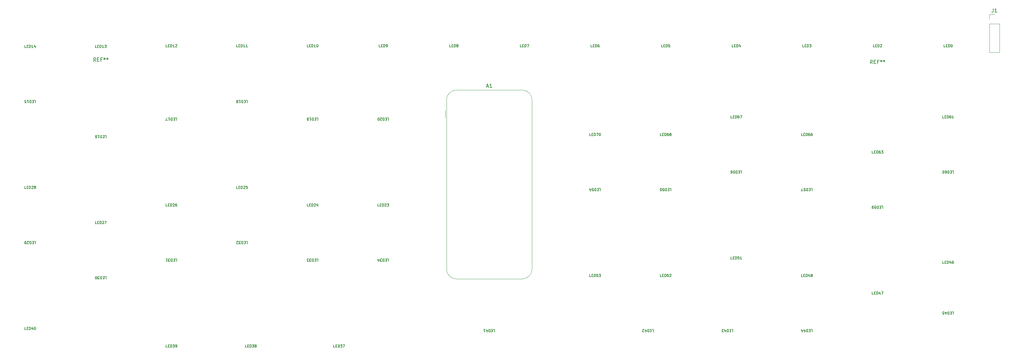
<source format=gbr>
%TF.GenerationSoftware,KiCad,Pcbnew,8.0.3*%
%TF.CreationDate,2024-11-08T10:21:23-08:00*%
%TF.ProjectId,return,72657475-726e-42e6-9b69-6361645f7063,rev?*%
%TF.SameCoordinates,Original*%
%TF.FileFunction,Legend,Top*%
%TF.FilePolarity,Positive*%
%FSLAX46Y46*%
G04 Gerber Fmt 4.6, Leading zero omitted, Abs format (unit mm)*
G04 Created by KiCad (PCBNEW 8.0.3) date 2024-11-08 10:21:23*
%MOMM*%
%LPD*%
G01*
G04 APERTURE LIST*
%ADD10C,0.150000*%
%ADD11C,0.120000*%
G04 APERTURE END LIST*
D10*
X236796666Y-21663144D02*
X236463333Y-21186953D01*
X236225238Y-21663144D02*
X236225238Y-20663144D01*
X236225238Y-20663144D02*
X236606190Y-20663144D01*
X236606190Y-20663144D02*
X236701428Y-20710763D01*
X236701428Y-20710763D02*
X236749047Y-20758382D01*
X236749047Y-20758382D02*
X236796666Y-20853620D01*
X236796666Y-20853620D02*
X236796666Y-20996477D01*
X236796666Y-20996477D02*
X236749047Y-21091715D01*
X236749047Y-21091715D02*
X236701428Y-21139334D01*
X236701428Y-21139334D02*
X236606190Y-21186953D01*
X236606190Y-21186953D02*
X236225238Y-21186953D01*
X237225238Y-21139334D02*
X237558571Y-21139334D01*
X237701428Y-21663144D02*
X237225238Y-21663144D01*
X237225238Y-21663144D02*
X237225238Y-20663144D01*
X237225238Y-20663144D02*
X237701428Y-20663144D01*
X238463333Y-21139334D02*
X238130000Y-21139334D01*
X238130000Y-21663144D02*
X238130000Y-20663144D01*
X238130000Y-20663144D02*
X238606190Y-20663144D01*
X239130000Y-20663144D02*
X239130000Y-20901239D01*
X238891905Y-20806001D02*
X239130000Y-20901239D01*
X239130000Y-20901239D02*
X239368095Y-20806001D01*
X238987143Y-21091715D02*
X239130000Y-20901239D01*
X239130000Y-20901239D02*
X239272857Y-21091715D01*
X239891905Y-20663144D02*
X239891905Y-20901239D01*
X239653810Y-20806001D02*
X239891905Y-20901239D01*
X239891905Y-20901239D02*
X240130000Y-20806001D01*
X239749048Y-21091715D02*
X239891905Y-20901239D01*
X239891905Y-20901239D02*
X240034762Y-21091715D01*
X27242266Y-21067819D02*
X26908933Y-20591628D01*
X26670838Y-21067819D02*
X26670838Y-20067819D01*
X26670838Y-20067819D02*
X27051790Y-20067819D01*
X27051790Y-20067819D02*
X27147028Y-20115438D01*
X27147028Y-20115438D02*
X27194647Y-20163057D01*
X27194647Y-20163057D02*
X27242266Y-20258295D01*
X27242266Y-20258295D02*
X27242266Y-20401152D01*
X27242266Y-20401152D02*
X27194647Y-20496390D01*
X27194647Y-20496390D02*
X27147028Y-20544009D01*
X27147028Y-20544009D02*
X27051790Y-20591628D01*
X27051790Y-20591628D02*
X26670838Y-20591628D01*
X27670838Y-20544009D02*
X28004171Y-20544009D01*
X28147028Y-21067819D02*
X27670838Y-21067819D01*
X27670838Y-21067819D02*
X27670838Y-20067819D01*
X27670838Y-20067819D02*
X28147028Y-20067819D01*
X28908933Y-20544009D02*
X28575600Y-20544009D01*
X28575600Y-21067819D02*
X28575600Y-20067819D01*
X28575600Y-20067819D02*
X29051790Y-20067819D01*
X29575600Y-20067819D02*
X29575600Y-20305914D01*
X29337505Y-20210676D02*
X29575600Y-20305914D01*
X29575600Y-20305914D02*
X29813695Y-20210676D01*
X29432743Y-20496390D02*
X29575600Y-20305914D01*
X29575600Y-20305914D02*
X29718457Y-20496390D01*
X30337505Y-20067819D02*
X30337505Y-20305914D01*
X30099410Y-20210676D02*
X30337505Y-20305914D01*
X30337505Y-20305914D02*
X30575600Y-20210676D01*
X30194648Y-20496390D02*
X30337505Y-20305914D01*
X30337505Y-20305914D02*
X30480362Y-20496390D01*
X239246667Y-60093091D02*
X239580000Y-60093091D01*
X239580000Y-60093091D02*
X239580000Y-60793091D01*
X239013333Y-60459758D02*
X238780000Y-60459758D01*
X238680000Y-60093091D02*
X239013333Y-60093091D01*
X239013333Y-60093091D02*
X239013333Y-60793091D01*
X239013333Y-60793091D02*
X238680000Y-60793091D01*
X238380000Y-60093091D02*
X238380000Y-60793091D01*
X238380000Y-60793091D02*
X238213333Y-60793091D01*
X238213333Y-60793091D02*
X238113333Y-60759758D01*
X238113333Y-60759758D02*
X238046667Y-60693091D01*
X238046667Y-60693091D02*
X238013333Y-60626425D01*
X238013333Y-60626425D02*
X237980000Y-60493091D01*
X237980000Y-60493091D02*
X237980000Y-60393091D01*
X237980000Y-60393091D02*
X238013333Y-60259758D01*
X238013333Y-60259758D02*
X238046667Y-60193091D01*
X238046667Y-60193091D02*
X238113333Y-60126425D01*
X238113333Y-60126425D02*
X238213333Y-60093091D01*
X238213333Y-60093091D02*
X238380000Y-60093091D01*
X237346667Y-60793091D02*
X237680000Y-60793091D01*
X237680000Y-60793091D02*
X237713333Y-60459758D01*
X237713333Y-60459758D02*
X237680000Y-60493091D01*
X237680000Y-60493091D02*
X237613333Y-60526425D01*
X237613333Y-60526425D02*
X237446667Y-60526425D01*
X237446667Y-60526425D02*
X237380000Y-60493091D01*
X237380000Y-60493091D02*
X237346667Y-60459758D01*
X237346667Y-60459758D02*
X237313333Y-60393091D01*
X237313333Y-60393091D02*
X237313333Y-60226425D01*
X237313333Y-60226425D02*
X237346667Y-60159758D01*
X237346667Y-60159758D02*
X237380000Y-60126425D01*
X237380000Y-60126425D02*
X237446667Y-60093091D01*
X237446667Y-60093091D02*
X237613333Y-60093091D01*
X237613333Y-60093091D02*
X237680000Y-60126425D01*
X237680000Y-60126425D02*
X237713333Y-60159758D01*
X236980000Y-60093091D02*
X236846666Y-60093091D01*
X236846666Y-60093091D02*
X236780000Y-60126425D01*
X236780000Y-60126425D02*
X236746666Y-60159758D01*
X236746666Y-60159758D02*
X236680000Y-60259758D01*
X236680000Y-60259758D02*
X236646666Y-60393091D01*
X236646666Y-60393091D02*
X236646666Y-60659758D01*
X236646666Y-60659758D02*
X236680000Y-60726425D01*
X236680000Y-60726425D02*
X236713333Y-60759758D01*
X236713333Y-60759758D02*
X236780000Y-60793091D01*
X236780000Y-60793091D02*
X236913333Y-60793091D01*
X236913333Y-60793091D02*
X236980000Y-60759758D01*
X236980000Y-60759758D02*
X237013333Y-60726425D01*
X237013333Y-60726425D02*
X237046666Y-60659758D01*
X237046666Y-60659758D02*
X237046666Y-60493091D01*
X237046666Y-60493091D02*
X237013333Y-60426425D01*
X237013333Y-60426425D02*
X236980000Y-60393091D01*
X236980000Y-60393091D02*
X236913333Y-60359758D01*
X236913333Y-60359758D02*
X236780000Y-60359758D01*
X236780000Y-60359758D02*
X236713333Y-60393091D01*
X236713333Y-60393091D02*
X236680000Y-60426425D01*
X236680000Y-60426425D02*
X236646666Y-60493091D01*
X256397067Y-17144483D02*
X256063733Y-17144483D01*
X256063733Y-17144483D02*
X256063733Y-16444483D01*
X256630400Y-16777816D02*
X256863734Y-16777816D01*
X256963734Y-17144483D02*
X256630400Y-17144483D01*
X256630400Y-17144483D02*
X256630400Y-16444483D01*
X256630400Y-16444483D02*
X256963734Y-16444483D01*
X257263733Y-17144483D02*
X257263733Y-16444483D01*
X257263733Y-16444483D02*
X257430400Y-16444483D01*
X257430400Y-16444483D02*
X257530400Y-16477816D01*
X257530400Y-16477816D02*
X257597067Y-16544483D01*
X257597067Y-16544483D02*
X257630400Y-16611150D01*
X257630400Y-16611150D02*
X257663733Y-16744483D01*
X257663733Y-16744483D02*
X257663733Y-16844483D01*
X257663733Y-16844483D02*
X257630400Y-16977816D01*
X257630400Y-16977816D02*
X257597067Y-17044483D01*
X257597067Y-17044483D02*
X257530400Y-17111150D01*
X257530400Y-17111150D02*
X257430400Y-17144483D01*
X257430400Y-17144483D02*
X257263733Y-17144483D01*
X258097067Y-16444483D02*
X258163733Y-16444483D01*
X258163733Y-16444483D02*
X258230400Y-16477816D01*
X258230400Y-16477816D02*
X258263733Y-16511150D01*
X258263733Y-16511150D02*
X258297067Y-16577816D01*
X258297067Y-16577816D02*
X258330400Y-16711150D01*
X258330400Y-16711150D02*
X258330400Y-16877816D01*
X258330400Y-16877816D02*
X258297067Y-17011150D01*
X258297067Y-17011150D02*
X258263733Y-17077816D01*
X258263733Y-17077816D02*
X258230400Y-17111150D01*
X258230400Y-17111150D02*
X258163733Y-17144483D01*
X258163733Y-17144483D02*
X258097067Y-17144483D01*
X258097067Y-17144483D02*
X258030400Y-17111150D01*
X258030400Y-17111150D02*
X257997067Y-17077816D01*
X257997067Y-17077816D02*
X257963733Y-17011150D01*
X257963733Y-17011150D02*
X257930400Y-16877816D01*
X257930400Y-16877816D02*
X257930400Y-16711150D01*
X257930400Y-16711150D02*
X257963733Y-16577816D01*
X257963733Y-16577816D02*
X257997067Y-16511150D01*
X257997067Y-16511150D02*
X258030400Y-16477816D01*
X258030400Y-16477816D02*
X258097067Y-16444483D01*
X105893867Y-74380891D02*
X106227200Y-74380891D01*
X106227200Y-74380891D02*
X106227200Y-75080891D01*
X105660533Y-74747558D02*
X105427200Y-74747558D01*
X105327200Y-74380891D02*
X105660533Y-74380891D01*
X105660533Y-74380891D02*
X105660533Y-75080891D01*
X105660533Y-75080891D02*
X105327200Y-75080891D01*
X105027200Y-74380891D02*
X105027200Y-75080891D01*
X105027200Y-75080891D02*
X104860533Y-75080891D01*
X104860533Y-75080891D02*
X104760533Y-75047558D01*
X104760533Y-75047558D02*
X104693867Y-74980891D01*
X104693867Y-74980891D02*
X104660533Y-74914225D01*
X104660533Y-74914225D02*
X104627200Y-74780891D01*
X104627200Y-74780891D02*
X104627200Y-74680891D01*
X104627200Y-74680891D02*
X104660533Y-74547558D01*
X104660533Y-74547558D02*
X104693867Y-74480891D01*
X104693867Y-74480891D02*
X104760533Y-74414225D01*
X104760533Y-74414225D02*
X104860533Y-74380891D01*
X104860533Y-74380891D02*
X105027200Y-74380891D01*
X104393867Y-75080891D02*
X103960533Y-75080891D01*
X103960533Y-75080891D02*
X104193867Y-74814225D01*
X104193867Y-74814225D02*
X104093867Y-74814225D01*
X104093867Y-74814225D02*
X104027200Y-74780891D01*
X104027200Y-74780891D02*
X103993867Y-74747558D01*
X103993867Y-74747558D02*
X103960533Y-74680891D01*
X103960533Y-74680891D02*
X103960533Y-74514225D01*
X103960533Y-74514225D02*
X103993867Y-74447558D01*
X103993867Y-74447558D02*
X104027200Y-74414225D01*
X104027200Y-74414225D02*
X104093867Y-74380891D01*
X104093867Y-74380891D02*
X104293867Y-74380891D01*
X104293867Y-74380891D02*
X104360533Y-74414225D01*
X104360533Y-74414225D02*
X104393867Y-74447558D01*
X103360533Y-74847558D02*
X103360533Y-74380891D01*
X103527200Y-75114225D02*
X103693866Y-74614225D01*
X103693866Y-74614225D02*
X103260533Y-74614225D01*
X237013333Y-45874758D02*
X236679999Y-45874758D01*
X236679999Y-45874758D02*
X236679999Y-45174758D01*
X237246666Y-45508091D02*
X237480000Y-45508091D01*
X237580000Y-45874758D02*
X237246666Y-45874758D01*
X237246666Y-45874758D02*
X237246666Y-45174758D01*
X237246666Y-45174758D02*
X237580000Y-45174758D01*
X237879999Y-45874758D02*
X237879999Y-45174758D01*
X237879999Y-45174758D02*
X238046666Y-45174758D01*
X238046666Y-45174758D02*
X238146666Y-45208091D01*
X238146666Y-45208091D02*
X238213333Y-45274758D01*
X238213333Y-45274758D02*
X238246666Y-45341425D01*
X238246666Y-45341425D02*
X238279999Y-45474758D01*
X238279999Y-45474758D02*
X238279999Y-45574758D01*
X238279999Y-45574758D02*
X238246666Y-45708091D01*
X238246666Y-45708091D02*
X238213333Y-45774758D01*
X238213333Y-45774758D02*
X238146666Y-45841425D01*
X238146666Y-45841425D02*
X238046666Y-45874758D01*
X238046666Y-45874758D02*
X237879999Y-45874758D01*
X238879999Y-45174758D02*
X238746666Y-45174758D01*
X238746666Y-45174758D02*
X238679999Y-45208091D01*
X238679999Y-45208091D02*
X238646666Y-45241425D01*
X238646666Y-45241425D02*
X238579999Y-45341425D01*
X238579999Y-45341425D02*
X238546666Y-45474758D01*
X238546666Y-45474758D02*
X238546666Y-45741425D01*
X238546666Y-45741425D02*
X238579999Y-45808091D01*
X238579999Y-45808091D02*
X238613333Y-45841425D01*
X238613333Y-45841425D02*
X238679999Y-45874758D01*
X238679999Y-45874758D02*
X238813333Y-45874758D01*
X238813333Y-45874758D02*
X238879999Y-45841425D01*
X238879999Y-45841425D02*
X238913333Y-45808091D01*
X238913333Y-45808091D02*
X238946666Y-45741425D01*
X238946666Y-45741425D02*
X238946666Y-45574758D01*
X238946666Y-45574758D02*
X238913333Y-45508091D01*
X238913333Y-45508091D02*
X238879999Y-45474758D01*
X238879999Y-45474758D02*
X238813333Y-45441425D01*
X238813333Y-45441425D02*
X238679999Y-45441425D01*
X238679999Y-45441425D02*
X238613333Y-45474758D01*
X238613333Y-45474758D02*
X238579999Y-45508091D01*
X238579999Y-45508091D02*
X238546666Y-45574758D01*
X239180000Y-45174758D02*
X239613333Y-45174758D01*
X239613333Y-45174758D02*
X239380000Y-45441425D01*
X239380000Y-45441425D02*
X239480000Y-45441425D01*
X239480000Y-45441425D02*
X239546666Y-45474758D01*
X239546666Y-45474758D02*
X239580000Y-45508091D01*
X239580000Y-45508091D02*
X239613333Y-45574758D01*
X239613333Y-45574758D02*
X239613333Y-45741425D01*
X239613333Y-45741425D02*
X239580000Y-45808091D01*
X239580000Y-45808091D02*
X239546666Y-45841425D01*
X239546666Y-45841425D02*
X239480000Y-45874758D01*
X239480000Y-45874758D02*
X239280000Y-45874758D01*
X239280000Y-45874758D02*
X239213333Y-45841425D01*
X239213333Y-45841425D02*
X239180000Y-45808091D01*
X46509333Y-98263358D02*
X46175999Y-98263358D01*
X46175999Y-98263358D02*
X46175999Y-97563358D01*
X46742666Y-97896691D02*
X46976000Y-97896691D01*
X47076000Y-98263358D02*
X46742666Y-98263358D01*
X46742666Y-98263358D02*
X46742666Y-97563358D01*
X46742666Y-97563358D02*
X47076000Y-97563358D01*
X47375999Y-98263358D02*
X47375999Y-97563358D01*
X47375999Y-97563358D02*
X47542666Y-97563358D01*
X47542666Y-97563358D02*
X47642666Y-97596691D01*
X47642666Y-97596691D02*
X47709333Y-97663358D01*
X47709333Y-97663358D02*
X47742666Y-97730025D01*
X47742666Y-97730025D02*
X47775999Y-97863358D01*
X47775999Y-97863358D02*
X47775999Y-97963358D01*
X47775999Y-97963358D02*
X47742666Y-98096691D01*
X47742666Y-98096691D02*
X47709333Y-98163358D01*
X47709333Y-98163358D02*
X47642666Y-98230025D01*
X47642666Y-98230025D02*
X47542666Y-98263358D01*
X47542666Y-98263358D02*
X47375999Y-98263358D01*
X48009333Y-97563358D02*
X48442666Y-97563358D01*
X48442666Y-97563358D02*
X48209333Y-97830025D01*
X48209333Y-97830025D02*
X48309333Y-97830025D01*
X48309333Y-97830025D02*
X48375999Y-97863358D01*
X48375999Y-97863358D02*
X48409333Y-97896691D01*
X48409333Y-97896691D02*
X48442666Y-97963358D01*
X48442666Y-97963358D02*
X48442666Y-98130025D01*
X48442666Y-98130025D02*
X48409333Y-98196691D01*
X48409333Y-98196691D02*
X48375999Y-98230025D01*
X48375999Y-98230025D02*
X48309333Y-98263358D01*
X48309333Y-98263358D02*
X48109333Y-98263358D01*
X48109333Y-98263358D02*
X48042666Y-98230025D01*
X48042666Y-98230025D02*
X48009333Y-98196691D01*
X48776000Y-98263358D02*
X48909333Y-98263358D01*
X48909333Y-98263358D02*
X48976000Y-98230025D01*
X48976000Y-98230025D02*
X49009333Y-98196691D01*
X49009333Y-98196691D02*
X49076000Y-98096691D01*
X49076000Y-98096691D02*
X49109333Y-97963358D01*
X49109333Y-97963358D02*
X49109333Y-97696691D01*
X49109333Y-97696691D02*
X49076000Y-97630025D01*
X49076000Y-97630025D02*
X49042666Y-97596691D01*
X49042666Y-97596691D02*
X48976000Y-97563358D01*
X48976000Y-97563358D02*
X48842666Y-97563358D01*
X48842666Y-97563358D02*
X48776000Y-97596691D01*
X48776000Y-97596691D02*
X48742666Y-97630025D01*
X48742666Y-97630025D02*
X48709333Y-97696691D01*
X48709333Y-97696691D02*
X48709333Y-97863358D01*
X48709333Y-97863358D02*
X48742666Y-97930025D01*
X48742666Y-97930025D02*
X48776000Y-97963358D01*
X48776000Y-97963358D02*
X48842666Y-97996691D01*
X48842666Y-97996691D02*
X48976000Y-97996691D01*
X48976000Y-97996691D02*
X49042666Y-97963358D01*
X49042666Y-97963358D02*
X49076000Y-97930025D01*
X49076000Y-97930025D02*
X49109333Y-97863358D01*
X48742667Y-74380891D02*
X49076000Y-74380891D01*
X49076000Y-74380891D02*
X49076000Y-75080891D01*
X48509333Y-74747558D02*
X48276000Y-74747558D01*
X48176000Y-74380891D02*
X48509333Y-74380891D01*
X48509333Y-74380891D02*
X48509333Y-75080891D01*
X48509333Y-75080891D02*
X48176000Y-75080891D01*
X47876000Y-74380891D02*
X47876000Y-75080891D01*
X47876000Y-75080891D02*
X47709333Y-75080891D01*
X47709333Y-75080891D02*
X47609333Y-75047558D01*
X47609333Y-75047558D02*
X47542667Y-74980891D01*
X47542667Y-74980891D02*
X47509333Y-74914225D01*
X47509333Y-74914225D02*
X47476000Y-74780891D01*
X47476000Y-74780891D02*
X47476000Y-74680891D01*
X47476000Y-74680891D02*
X47509333Y-74547558D01*
X47509333Y-74547558D02*
X47542667Y-74480891D01*
X47542667Y-74480891D02*
X47609333Y-74414225D01*
X47609333Y-74414225D02*
X47709333Y-74380891D01*
X47709333Y-74380891D02*
X47876000Y-74380891D01*
X47242667Y-75080891D02*
X46809333Y-75080891D01*
X46809333Y-75080891D02*
X47042667Y-74814225D01*
X47042667Y-74814225D02*
X46942667Y-74814225D01*
X46942667Y-74814225D02*
X46876000Y-74780891D01*
X46876000Y-74780891D02*
X46842667Y-74747558D01*
X46842667Y-74747558D02*
X46809333Y-74680891D01*
X46809333Y-74680891D02*
X46809333Y-74514225D01*
X46809333Y-74514225D02*
X46842667Y-74447558D01*
X46842667Y-74447558D02*
X46876000Y-74414225D01*
X46876000Y-74414225D02*
X46942667Y-74380891D01*
X46942667Y-74380891D02*
X47142667Y-74380891D01*
X47142667Y-74380891D02*
X47209333Y-74414225D01*
X47209333Y-74414225D02*
X47242667Y-74447558D01*
X46142666Y-74380891D02*
X46542666Y-74380891D01*
X46342666Y-74380891D02*
X46342666Y-75080891D01*
X46342666Y-75080891D02*
X46409333Y-74980891D01*
X46409333Y-74980891D02*
X46476000Y-74914225D01*
X46476000Y-74914225D02*
X46542666Y-74880891D01*
X29692267Y-79143491D02*
X30025600Y-79143491D01*
X30025600Y-79143491D02*
X30025600Y-79843491D01*
X29458933Y-79510158D02*
X29225600Y-79510158D01*
X29125600Y-79143491D02*
X29458933Y-79143491D01*
X29458933Y-79143491D02*
X29458933Y-79843491D01*
X29458933Y-79843491D02*
X29125600Y-79843491D01*
X28825600Y-79143491D02*
X28825600Y-79843491D01*
X28825600Y-79843491D02*
X28658933Y-79843491D01*
X28658933Y-79843491D02*
X28558933Y-79810158D01*
X28558933Y-79810158D02*
X28492267Y-79743491D01*
X28492267Y-79743491D02*
X28458933Y-79676825D01*
X28458933Y-79676825D02*
X28425600Y-79543491D01*
X28425600Y-79543491D02*
X28425600Y-79443491D01*
X28425600Y-79443491D02*
X28458933Y-79310158D01*
X28458933Y-79310158D02*
X28492267Y-79243491D01*
X28492267Y-79243491D02*
X28558933Y-79176825D01*
X28558933Y-79176825D02*
X28658933Y-79143491D01*
X28658933Y-79143491D02*
X28825600Y-79143491D01*
X28192267Y-79843491D02*
X27758933Y-79843491D01*
X27758933Y-79843491D02*
X27992267Y-79576825D01*
X27992267Y-79576825D02*
X27892267Y-79576825D01*
X27892267Y-79576825D02*
X27825600Y-79543491D01*
X27825600Y-79543491D02*
X27792267Y-79510158D01*
X27792267Y-79510158D02*
X27758933Y-79443491D01*
X27758933Y-79443491D02*
X27758933Y-79276825D01*
X27758933Y-79276825D02*
X27792267Y-79210158D01*
X27792267Y-79210158D02*
X27825600Y-79176825D01*
X27825600Y-79176825D02*
X27892267Y-79143491D01*
X27892267Y-79143491D02*
X28092267Y-79143491D01*
X28092267Y-79143491D02*
X28158933Y-79176825D01*
X28158933Y-79176825D02*
X28192267Y-79210158D01*
X27325600Y-79843491D02*
X27258933Y-79843491D01*
X27258933Y-79843491D02*
X27192266Y-79810158D01*
X27192266Y-79810158D02*
X27158933Y-79776825D01*
X27158933Y-79776825D02*
X27125600Y-79710158D01*
X27125600Y-79710158D02*
X27092266Y-79576825D01*
X27092266Y-79576825D02*
X27092266Y-79410158D01*
X27092266Y-79410158D02*
X27125600Y-79276825D01*
X27125600Y-79276825D02*
X27158933Y-79210158D01*
X27158933Y-79210158D02*
X27192266Y-79176825D01*
X27192266Y-79176825D02*
X27258933Y-79143491D01*
X27258933Y-79143491D02*
X27325600Y-79143491D01*
X27325600Y-79143491D02*
X27392266Y-79176825D01*
X27392266Y-79176825D02*
X27425600Y-79210158D01*
X27425600Y-79210158D02*
X27458933Y-79276825D01*
X27458933Y-79276825D02*
X27492266Y-79410158D01*
X27492266Y-79410158D02*
X27492266Y-79576825D01*
X27492266Y-79576825D02*
X27458933Y-79710158D01*
X27458933Y-79710158D02*
X27425600Y-79776825D01*
X27425600Y-79776825D02*
X27392266Y-79810158D01*
X27392266Y-79810158D02*
X27325600Y-79843491D01*
X105893867Y-36280091D02*
X106227200Y-36280091D01*
X106227200Y-36280091D02*
X106227200Y-36980091D01*
X105660533Y-36646758D02*
X105427200Y-36646758D01*
X105327200Y-36280091D02*
X105660533Y-36280091D01*
X105660533Y-36280091D02*
X105660533Y-36980091D01*
X105660533Y-36980091D02*
X105327200Y-36980091D01*
X105027200Y-36280091D02*
X105027200Y-36980091D01*
X105027200Y-36980091D02*
X104860533Y-36980091D01*
X104860533Y-36980091D02*
X104760533Y-36946758D01*
X104760533Y-36946758D02*
X104693867Y-36880091D01*
X104693867Y-36880091D02*
X104660533Y-36813425D01*
X104660533Y-36813425D02*
X104627200Y-36680091D01*
X104627200Y-36680091D02*
X104627200Y-36580091D01*
X104627200Y-36580091D02*
X104660533Y-36446758D01*
X104660533Y-36446758D02*
X104693867Y-36380091D01*
X104693867Y-36380091D02*
X104760533Y-36313425D01*
X104760533Y-36313425D02*
X104860533Y-36280091D01*
X104860533Y-36280091D02*
X105027200Y-36280091D01*
X104360533Y-36913425D02*
X104327200Y-36946758D01*
X104327200Y-36946758D02*
X104260533Y-36980091D01*
X104260533Y-36980091D02*
X104093867Y-36980091D01*
X104093867Y-36980091D02*
X104027200Y-36946758D01*
X104027200Y-36946758D02*
X103993867Y-36913425D01*
X103993867Y-36913425D02*
X103960533Y-36846758D01*
X103960533Y-36846758D02*
X103960533Y-36780091D01*
X103960533Y-36780091D02*
X103993867Y-36680091D01*
X103993867Y-36680091D02*
X104393867Y-36280091D01*
X104393867Y-36280091D02*
X103960533Y-36280091D01*
X103527200Y-36980091D02*
X103460533Y-36980091D01*
X103460533Y-36980091D02*
X103393866Y-36946758D01*
X103393866Y-36946758D02*
X103360533Y-36913425D01*
X103360533Y-36913425D02*
X103327200Y-36846758D01*
X103327200Y-36846758D02*
X103293866Y-36713425D01*
X103293866Y-36713425D02*
X103293866Y-36546758D01*
X103293866Y-36546758D02*
X103327200Y-36413425D01*
X103327200Y-36413425D02*
X103360533Y-36346758D01*
X103360533Y-36346758D02*
X103393866Y-36313425D01*
X103393866Y-36313425D02*
X103460533Y-36280091D01*
X103460533Y-36280091D02*
X103527200Y-36280091D01*
X103527200Y-36280091D02*
X103593866Y-36313425D01*
X103593866Y-36313425D02*
X103627200Y-36346758D01*
X103627200Y-36346758D02*
X103660533Y-36413425D01*
X103660533Y-36413425D02*
X103693866Y-36546758D01*
X103693866Y-36546758D02*
X103693866Y-36713425D01*
X103693866Y-36713425D02*
X103660533Y-36846758D01*
X103660533Y-36846758D02*
X103627200Y-36913425D01*
X103627200Y-36913425D02*
X103593866Y-36946758D01*
X103593866Y-36946758D02*
X103527200Y-36980091D01*
X8408533Y-93500758D02*
X8075199Y-93500758D01*
X8075199Y-93500758D02*
X8075199Y-92800758D01*
X8641866Y-93134091D02*
X8875200Y-93134091D01*
X8975200Y-93500758D02*
X8641866Y-93500758D01*
X8641866Y-93500758D02*
X8641866Y-92800758D01*
X8641866Y-92800758D02*
X8975200Y-92800758D01*
X9275199Y-93500758D02*
X9275199Y-92800758D01*
X9275199Y-92800758D02*
X9441866Y-92800758D01*
X9441866Y-92800758D02*
X9541866Y-92834091D01*
X9541866Y-92834091D02*
X9608533Y-92900758D01*
X9608533Y-92900758D02*
X9641866Y-92967425D01*
X9641866Y-92967425D02*
X9675199Y-93100758D01*
X9675199Y-93100758D02*
X9675199Y-93200758D01*
X9675199Y-93200758D02*
X9641866Y-93334091D01*
X9641866Y-93334091D02*
X9608533Y-93400758D01*
X9608533Y-93400758D02*
X9541866Y-93467425D01*
X9541866Y-93467425D02*
X9441866Y-93500758D01*
X9441866Y-93500758D02*
X9275199Y-93500758D01*
X10275199Y-93034091D02*
X10275199Y-93500758D01*
X10108533Y-92767425D02*
X9941866Y-93267425D01*
X9941866Y-93267425D02*
X10375199Y-93267425D01*
X10775200Y-92800758D02*
X10841866Y-92800758D01*
X10841866Y-92800758D02*
X10908533Y-92834091D01*
X10908533Y-92834091D02*
X10941866Y-92867425D01*
X10941866Y-92867425D02*
X10975200Y-92934091D01*
X10975200Y-92934091D02*
X11008533Y-93067425D01*
X11008533Y-93067425D02*
X11008533Y-93234091D01*
X11008533Y-93234091D02*
X10975200Y-93367425D01*
X10975200Y-93367425D02*
X10941866Y-93434091D01*
X10941866Y-93434091D02*
X10908533Y-93467425D01*
X10908533Y-93467425D02*
X10841866Y-93500758D01*
X10841866Y-93500758D02*
X10775200Y-93500758D01*
X10775200Y-93500758D02*
X10708533Y-93467425D01*
X10708533Y-93467425D02*
X10675200Y-93434091D01*
X10675200Y-93434091D02*
X10641866Y-93367425D01*
X10641866Y-93367425D02*
X10608533Y-93234091D01*
X10608533Y-93234091D02*
X10608533Y-93067425D01*
X10608533Y-93067425D02*
X10641866Y-92934091D01*
X10641866Y-92934091D02*
X10675200Y-92867425D01*
X10675200Y-92867425D02*
X10708533Y-92834091D01*
X10708533Y-92834091D02*
X10775200Y-92800758D01*
X67793067Y-69618291D02*
X68126400Y-69618291D01*
X68126400Y-69618291D02*
X68126400Y-70318291D01*
X67559733Y-69984958D02*
X67326400Y-69984958D01*
X67226400Y-69618291D02*
X67559733Y-69618291D01*
X67559733Y-69618291D02*
X67559733Y-70318291D01*
X67559733Y-70318291D02*
X67226400Y-70318291D01*
X66926400Y-69618291D02*
X66926400Y-70318291D01*
X66926400Y-70318291D02*
X66759733Y-70318291D01*
X66759733Y-70318291D02*
X66659733Y-70284958D01*
X66659733Y-70284958D02*
X66593067Y-70218291D01*
X66593067Y-70218291D02*
X66559733Y-70151625D01*
X66559733Y-70151625D02*
X66526400Y-70018291D01*
X66526400Y-70018291D02*
X66526400Y-69918291D01*
X66526400Y-69918291D02*
X66559733Y-69784958D01*
X66559733Y-69784958D02*
X66593067Y-69718291D01*
X66593067Y-69718291D02*
X66659733Y-69651625D01*
X66659733Y-69651625D02*
X66759733Y-69618291D01*
X66759733Y-69618291D02*
X66926400Y-69618291D01*
X66293067Y-70318291D02*
X65859733Y-70318291D01*
X65859733Y-70318291D02*
X66093067Y-70051625D01*
X66093067Y-70051625D02*
X65993067Y-70051625D01*
X65993067Y-70051625D02*
X65926400Y-70018291D01*
X65926400Y-70018291D02*
X65893067Y-69984958D01*
X65893067Y-69984958D02*
X65859733Y-69918291D01*
X65859733Y-69918291D02*
X65859733Y-69751625D01*
X65859733Y-69751625D02*
X65893067Y-69684958D01*
X65893067Y-69684958D02*
X65926400Y-69651625D01*
X65926400Y-69651625D02*
X65993067Y-69618291D01*
X65993067Y-69618291D02*
X66193067Y-69618291D01*
X66193067Y-69618291D02*
X66259733Y-69651625D01*
X66259733Y-69651625D02*
X66293067Y-69684958D01*
X65593066Y-70251625D02*
X65559733Y-70284958D01*
X65559733Y-70284958D02*
X65493066Y-70318291D01*
X65493066Y-70318291D02*
X65326400Y-70318291D01*
X65326400Y-70318291D02*
X65259733Y-70284958D01*
X65259733Y-70284958D02*
X65226400Y-70251625D01*
X65226400Y-70251625D02*
X65193066Y-70184958D01*
X65193066Y-70184958D02*
X65193066Y-70118291D01*
X65193066Y-70118291D02*
X65226400Y-70018291D01*
X65226400Y-70018291D02*
X65626400Y-69618291D01*
X65626400Y-69618291D02*
X65193066Y-69618291D01*
X217962933Y-79212958D02*
X217629599Y-79212958D01*
X217629599Y-79212958D02*
X217629599Y-78512958D01*
X218196266Y-78846291D02*
X218429600Y-78846291D01*
X218529600Y-79212958D02*
X218196266Y-79212958D01*
X218196266Y-79212958D02*
X218196266Y-78512958D01*
X218196266Y-78512958D02*
X218529600Y-78512958D01*
X218829599Y-79212958D02*
X218829599Y-78512958D01*
X218829599Y-78512958D02*
X218996266Y-78512958D01*
X218996266Y-78512958D02*
X219096266Y-78546291D01*
X219096266Y-78546291D02*
X219162933Y-78612958D01*
X219162933Y-78612958D02*
X219196266Y-78679625D01*
X219196266Y-78679625D02*
X219229599Y-78812958D01*
X219229599Y-78812958D02*
X219229599Y-78912958D01*
X219229599Y-78912958D02*
X219196266Y-79046291D01*
X219196266Y-79046291D02*
X219162933Y-79112958D01*
X219162933Y-79112958D02*
X219096266Y-79179625D01*
X219096266Y-79179625D02*
X218996266Y-79212958D01*
X218996266Y-79212958D02*
X218829599Y-79212958D01*
X219829599Y-78746291D02*
X219829599Y-79212958D01*
X219662933Y-78479625D02*
X219496266Y-78979625D01*
X219496266Y-78979625D02*
X219929599Y-78979625D01*
X220296266Y-78812958D02*
X220229600Y-78779625D01*
X220229600Y-78779625D02*
X220196266Y-78746291D01*
X220196266Y-78746291D02*
X220162933Y-78679625D01*
X220162933Y-78679625D02*
X220162933Y-78646291D01*
X220162933Y-78646291D02*
X220196266Y-78579625D01*
X220196266Y-78579625D02*
X220229600Y-78546291D01*
X220229600Y-78546291D02*
X220296266Y-78512958D01*
X220296266Y-78512958D02*
X220429600Y-78512958D01*
X220429600Y-78512958D02*
X220496266Y-78546291D01*
X220496266Y-78546291D02*
X220529600Y-78579625D01*
X220529600Y-78579625D02*
X220562933Y-78646291D01*
X220562933Y-78646291D02*
X220562933Y-78679625D01*
X220562933Y-78679625D02*
X220529600Y-78746291D01*
X220529600Y-78746291D02*
X220496266Y-78779625D01*
X220496266Y-78779625D02*
X220429600Y-78812958D01*
X220429600Y-78812958D02*
X220296266Y-78812958D01*
X220296266Y-78812958D02*
X220229600Y-78846291D01*
X220229600Y-78846291D02*
X220196266Y-78879625D01*
X220196266Y-78879625D02*
X220162933Y-78946291D01*
X220162933Y-78946291D02*
X220162933Y-79079625D01*
X220162933Y-79079625D02*
X220196266Y-79146291D01*
X220196266Y-79146291D02*
X220229600Y-79179625D01*
X220229600Y-79179625D02*
X220296266Y-79212958D01*
X220296266Y-79212958D02*
X220429600Y-79212958D01*
X220429600Y-79212958D02*
X220496266Y-79179625D01*
X220496266Y-79179625D02*
X220529600Y-79146291D01*
X220529600Y-79146291D02*
X220562933Y-79079625D01*
X220562933Y-79079625D02*
X220562933Y-78946291D01*
X220562933Y-78946291D02*
X220529600Y-78879625D01*
X220529600Y-78879625D02*
X220496266Y-78846291D01*
X220496266Y-78846291D02*
X220429600Y-78812958D01*
X258297067Y-88668691D02*
X258630400Y-88668691D01*
X258630400Y-88668691D02*
X258630400Y-89368691D01*
X258063733Y-89035358D02*
X257830400Y-89035358D01*
X257730400Y-88668691D02*
X258063733Y-88668691D01*
X258063733Y-88668691D02*
X258063733Y-89368691D01*
X258063733Y-89368691D02*
X257730400Y-89368691D01*
X257430400Y-88668691D02*
X257430400Y-89368691D01*
X257430400Y-89368691D02*
X257263733Y-89368691D01*
X257263733Y-89368691D02*
X257163733Y-89335358D01*
X257163733Y-89335358D02*
X257097067Y-89268691D01*
X257097067Y-89268691D02*
X257063733Y-89202025D01*
X257063733Y-89202025D02*
X257030400Y-89068691D01*
X257030400Y-89068691D02*
X257030400Y-88968691D01*
X257030400Y-88968691D02*
X257063733Y-88835358D01*
X257063733Y-88835358D02*
X257097067Y-88768691D01*
X257097067Y-88768691D02*
X257163733Y-88702025D01*
X257163733Y-88702025D02*
X257263733Y-88668691D01*
X257263733Y-88668691D02*
X257430400Y-88668691D01*
X256430400Y-89135358D02*
X256430400Y-88668691D01*
X256597067Y-89402025D02*
X256763733Y-88902025D01*
X256763733Y-88902025D02*
X256330400Y-88902025D01*
X255730400Y-89368691D02*
X256063733Y-89368691D01*
X256063733Y-89368691D02*
X256097066Y-89035358D01*
X256097066Y-89035358D02*
X256063733Y-89068691D01*
X256063733Y-89068691D02*
X255997066Y-89102025D01*
X255997066Y-89102025D02*
X255830400Y-89102025D01*
X255830400Y-89102025D02*
X255763733Y-89068691D01*
X255763733Y-89068691D02*
X255730400Y-89035358D01*
X255730400Y-89035358D02*
X255697066Y-88968691D01*
X255697066Y-88968691D02*
X255697066Y-88802025D01*
X255697066Y-88802025D02*
X255730400Y-88735358D01*
X255730400Y-88735358D02*
X255763733Y-88702025D01*
X255763733Y-88702025D02*
X255830400Y-88668691D01*
X255830400Y-88668691D02*
X255997066Y-88668691D01*
X255997066Y-88668691D02*
X256063733Y-88702025D01*
X256063733Y-88702025D02*
X256097066Y-88735358D01*
X91754033Y-98263358D02*
X91420699Y-98263358D01*
X91420699Y-98263358D02*
X91420699Y-97563358D01*
X91987366Y-97896691D02*
X92220700Y-97896691D01*
X92320700Y-98263358D02*
X91987366Y-98263358D01*
X91987366Y-98263358D02*
X91987366Y-97563358D01*
X91987366Y-97563358D02*
X92320700Y-97563358D01*
X92620699Y-98263358D02*
X92620699Y-97563358D01*
X92620699Y-97563358D02*
X92787366Y-97563358D01*
X92787366Y-97563358D02*
X92887366Y-97596691D01*
X92887366Y-97596691D02*
X92954033Y-97663358D01*
X92954033Y-97663358D02*
X92987366Y-97730025D01*
X92987366Y-97730025D02*
X93020699Y-97863358D01*
X93020699Y-97863358D02*
X93020699Y-97963358D01*
X93020699Y-97963358D02*
X92987366Y-98096691D01*
X92987366Y-98096691D02*
X92954033Y-98163358D01*
X92954033Y-98163358D02*
X92887366Y-98230025D01*
X92887366Y-98230025D02*
X92787366Y-98263358D01*
X92787366Y-98263358D02*
X92620699Y-98263358D01*
X93254033Y-97563358D02*
X93687366Y-97563358D01*
X93687366Y-97563358D02*
X93454033Y-97830025D01*
X93454033Y-97830025D02*
X93554033Y-97830025D01*
X93554033Y-97830025D02*
X93620699Y-97863358D01*
X93620699Y-97863358D02*
X93654033Y-97896691D01*
X93654033Y-97896691D02*
X93687366Y-97963358D01*
X93687366Y-97963358D02*
X93687366Y-98130025D01*
X93687366Y-98130025D02*
X93654033Y-98196691D01*
X93654033Y-98196691D02*
X93620699Y-98230025D01*
X93620699Y-98230025D02*
X93554033Y-98263358D01*
X93554033Y-98263358D02*
X93354033Y-98263358D01*
X93354033Y-98263358D02*
X93287366Y-98230025D01*
X93287366Y-98230025D02*
X93254033Y-98196691D01*
X93920700Y-97563358D02*
X94387366Y-97563358D01*
X94387366Y-97563358D02*
X94087366Y-98263358D01*
X198912533Y-36349558D02*
X198579199Y-36349558D01*
X198579199Y-36349558D02*
X198579199Y-35649558D01*
X199145866Y-35982891D02*
X199379200Y-35982891D01*
X199479200Y-36349558D02*
X199145866Y-36349558D01*
X199145866Y-36349558D02*
X199145866Y-35649558D01*
X199145866Y-35649558D02*
X199479200Y-35649558D01*
X199779199Y-36349558D02*
X199779199Y-35649558D01*
X199779199Y-35649558D02*
X199945866Y-35649558D01*
X199945866Y-35649558D02*
X200045866Y-35682891D01*
X200045866Y-35682891D02*
X200112533Y-35749558D01*
X200112533Y-35749558D02*
X200145866Y-35816225D01*
X200145866Y-35816225D02*
X200179199Y-35949558D01*
X200179199Y-35949558D02*
X200179199Y-36049558D01*
X200179199Y-36049558D02*
X200145866Y-36182891D01*
X200145866Y-36182891D02*
X200112533Y-36249558D01*
X200112533Y-36249558D02*
X200045866Y-36316225D01*
X200045866Y-36316225D02*
X199945866Y-36349558D01*
X199945866Y-36349558D02*
X199779199Y-36349558D01*
X200779199Y-35649558D02*
X200645866Y-35649558D01*
X200645866Y-35649558D02*
X200579199Y-35682891D01*
X200579199Y-35682891D02*
X200545866Y-35716225D01*
X200545866Y-35716225D02*
X200479199Y-35816225D01*
X200479199Y-35816225D02*
X200445866Y-35949558D01*
X200445866Y-35949558D02*
X200445866Y-36216225D01*
X200445866Y-36216225D02*
X200479199Y-36282891D01*
X200479199Y-36282891D02*
X200512533Y-36316225D01*
X200512533Y-36316225D02*
X200579199Y-36349558D01*
X200579199Y-36349558D02*
X200712533Y-36349558D01*
X200712533Y-36349558D02*
X200779199Y-36316225D01*
X200779199Y-36316225D02*
X200812533Y-36282891D01*
X200812533Y-36282891D02*
X200845866Y-36216225D01*
X200845866Y-36216225D02*
X200845866Y-36049558D01*
X200845866Y-36049558D02*
X200812533Y-35982891D01*
X200812533Y-35982891D02*
X200779199Y-35949558D01*
X200779199Y-35949558D02*
X200712533Y-35916225D01*
X200712533Y-35916225D02*
X200579199Y-35916225D01*
X200579199Y-35916225D02*
X200512533Y-35949558D01*
X200512533Y-35949558D02*
X200479199Y-35982891D01*
X200479199Y-35982891D02*
X200445866Y-36049558D01*
X201079200Y-35649558D02*
X201545866Y-35649558D01*
X201545866Y-35649558D02*
X201245866Y-36349558D01*
X198764567Y-93431291D02*
X199097900Y-93431291D01*
X199097900Y-93431291D02*
X199097900Y-94131291D01*
X198531233Y-93797958D02*
X198297900Y-93797958D01*
X198197900Y-93431291D02*
X198531233Y-93431291D01*
X198531233Y-93431291D02*
X198531233Y-94131291D01*
X198531233Y-94131291D02*
X198197900Y-94131291D01*
X197897900Y-93431291D02*
X197897900Y-94131291D01*
X197897900Y-94131291D02*
X197731233Y-94131291D01*
X197731233Y-94131291D02*
X197631233Y-94097958D01*
X197631233Y-94097958D02*
X197564567Y-94031291D01*
X197564567Y-94031291D02*
X197531233Y-93964625D01*
X197531233Y-93964625D02*
X197497900Y-93831291D01*
X197497900Y-93831291D02*
X197497900Y-93731291D01*
X197497900Y-93731291D02*
X197531233Y-93597958D01*
X197531233Y-93597958D02*
X197564567Y-93531291D01*
X197564567Y-93531291D02*
X197631233Y-93464625D01*
X197631233Y-93464625D02*
X197731233Y-93431291D01*
X197731233Y-93431291D02*
X197897900Y-93431291D01*
X196897900Y-93897958D02*
X196897900Y-93431291D01*
X197064567Y-94164625D02*
X197231233Y-93664625D01*
X197231233Y-93664625D02*
X196797900Y-93664625D01*
X196597900Y-94131291D02*
X196164566Y-94131291D01*
X196164566Y-94131291D02*
X196397900Y-93864625D01*
X196397900Y-93864625D02*
X196297900Y-93864625D01*
X196297900Y-93864625D02*
X196231233Y-93831291D01*
X196231233Y-93831291D02*
X196197900Y-93797958D01*
X196197900Y-93797958D02*
X196164566Y-93731291D01*
X196164566Y-93731291D02*
X196164566Y-93564625D01*
X196164566Y-93564625D02*
X196197900Y-93497958D01*
X196197900Y-93497958D02*
X196231233Y-93464625D01*
X196231233Y-93464625D02*
X196297900Y-93431291D01*
X196297900Y-93431291D02*
X196497900Y-93431291D01*
X196497900Y-93431291D02*
X196564566Y-93464625D01*
X196564566Y-93464625D02*
X196597900Y-93497958D01*
X27458933Y-17299158D02*
X27125599Y-17299158D01*
X27125599Y-17299158D02*
X27125599Y-16599158D01*
X27692266Y-16932491D02*
X27925600Y-16932491D01*
X28025600Y-17299158D02*
X27692266Y-17299158D01*
X27692266Y-17299158D02*
X27692266Y-16599158D01*
X27692266Y-16599158D02*
X28025600Y-16599158D01*
X28325599Y-17299158D02*
X28325599Y-16599158D01*
X28325599Y-16599158D02*
X28492266Y-16599158D01*
X28492266Y-16599158D02*
X28592266Y-16632491D01*
X28592266Y-16632491D02*
X28658933Y-16699158D01*
X28658933Y-16699158D02*
X28692266Y-16765825D01*
X28692266Y-16765825D02*
X28725599Y-16899158D01*
X28725599Y-16899158D02*
X28725599Y-16999158D01*
X28725599Y-16999158D02*
X28692266Y-17132491D01*
X28692266Y-17132491D02*
X28658933Y-17199158D01*
X28658933Y-17199158D02*
X28592266Y-17265825D01*
X28592266Y-17265825D02*
X28492266Y-17299158D01*
X28492266Y-17299158D02*
X28325599Y-17299158D01*
X29392266Y-17299158D02*
X28992266Y-17299158D01*
X29192266Y-17299158D02*
X29192266Y-16599158D01*
X29192266Y-16599158D02*
X29125599Y-16699158D01*
X29125599Y-16699158D02*
X29058933Y-16765825D01*
X29058933Y-16765825D02*
X28992266Y-16799158D01*
X29625600Y-16599158D02*
X30058933Y-16599158D01*
X30058933Y-16599158D02*
X29825600Y-16865825D01*
X29825600Y-16865825D02*
X29925600Y-16865825D01*
X29925600Y-16865825D02*
X29992266Y-16899158D01*
X29992266Y-16899158D02*
X30025600Y-16932491D01*
X30025600Y-16932491D02*
X30058933Y-16999158D01*
X30058933Y-16999158D02*
X30058933Y-17165825D01*
X30058933Y-17165825D02*
X30025600Y-17232491D01*
X30025600Y-17232491D02*
X29992266Y-17265825D01*
X29992266Y-17265825D02*
X29925600Y-17299158D01*
X29925600Y-17299158D02*
X29725600Y-17299158D01*
X29725600Y-17299158D02*
X29658933Y-17265825D01*
X29658933Y-17265825D02*
X29625600Y-17232491D01*
X65559733Y-17144483D02*
X65226399Y-17144483D01*
X65226399Y-17144483D02*
X65226399Y-16444483D01*
X65793066Y-16777816D02*
X66026400Y-16777816D01*
X66126400Y-17144483D02*
X65793066Y-17144483D01*
X65793066Y-17144483D02*
X65793066Y-16444483D01*
X65793066Y-16444483D02*
X66126400Y-16444483D01*
X66426399Y-17144483D02*
X66426399Y-16444483D01*
X66426399Y-16444483D02*
X66593066Y-16444483D01*
X66593066Y-16444483D02*
X66693066Y-16477816D01*
X66693066Y-16477816D02*
X66759733Y-16544483D01*
X66759733Y-16544483D02*
X66793066Y-16611150D01*
X66793066Y-16611150D02*
X66826399Y-16744483D01*
X66826399Y-16744483D02*
X66826399Y-16844483D01*
X66826399Y-16844483D02*
X66793066Y-16977816D01*
X66793066Y-16977816D02*
X66759733Y-17044483D01*
X66759733Y-17044483D02*
X66693066Y-17111150D01*
X66693066Y-17111150D02*
X66593066Y-17144483D01*
X66593066Y-17144483D02*
X66426399Y-17144483D01*
X67493066Y-17144483D02*
X67093066Y-17144483D01*
X67293066Y-17144483D02*
X67293066Y-16444483D01*
X67293066Y-16444483D02*
X67226399Y-16544483D01*
X67226399Y-16544483D02*
X67159733Y-16611150D01*
X67159733Y-16611150D02*
X67093066Y-16644483D01*
X68159733Y-17144483D02*
X67759733Y-17144483D01*
X67959733Y-17144483D02*
X67959733Y-16444483D01*
X67959733Y-16444483D02*
X67893066Y-16544483D01*
X67893066Y-16544483D02*
X67826400Y-16611150D01*
X67826400Y-16611150D02*
X67759733Y-16644483D01*
X256063733Y-36349558D02*
X255730399Y-36349558D01*
X255730399Y-36349558D02*
X255730399Y-35649558D01*
X256297066Y-35982891D02*
X256530400Y-35982891D01*
X256630400Y-36349558D02*
X256297066Y-36349558D01*
X256297066Y-36349558D02*
X256297066Y-35649558D01*
X256297066Y-35649558D02*
X256630400Y-35649558D01*
X256930399Y-36349558D02*
X256930399Y-35649558D01*
X256930399Y-35649558D02*
X257097066Y-35649558D01*
X257097066Y-35649558D02*
X257197066Y-35682891D01*
X257197066Y-35682891D02*
X257263733Y-35749558D01*
X257263733Y-35749558D02*
X257297066Y-35816225D01*
X257297066Y-35816225D02*
X257330399Y-35949558D01*
X257330399Y-35949558D02*
X257330399Y-36049558D01*
X257330399Y-36049558D02*
X257297066Y-36182891D01*
X257297066Y-36182891D02*
X257263733Y-36249558D01*
X257263733Y-36249558D02*
X257197066Y-36316225D01*
X257197066Y-36316225D02*
X257097066Y-36349558D01*
X257097066Y-36349558D02*
X256930399Y-36349558D01*
X257930399Y-35649558D02*
X257797066Y-35649558D01*
X257797066Y-35649558D02*
X257730399Y-35682891D01*
X257730399Y-35682891D02*
X257697066Y-35716225D01*
X257697066Y-35716225D02*
X257630399Y-35816225D01*
X257630399Y-35816225D02*
X257597066Y-35949558D01*
X257597066Y-35949558D02*
X257597066Y-36216225D01*
X257597066Y-36216225D02*
X257630399Y-36282891D01*
X257630399Y-36282891D02*
X257663733Y-36316225D01*
X257663733Y-36316225D02*
X257730399Y-36349558D01*
X257730399Y-36349558D02*
X257863733Y-36349558D01*
X257863733Y-36349558D02*
X257930399Y-36316225D01*
X257930399Y-36316225D02*
X257963733Y-36282891D01*
X257963733Y-36282891D02*
X257997066Y-36216225D01*
X257997066Y-36216225D02*
X257997066Y-36049558D01*
X257997066Y-36049558D02*
X257963733Y-35982891D01*
X257963733Y-35982891D02*
X257930399Y-35949558D01*
X257930399Y-35949558D02*
X257863733Y-35916225D01*
X257863733Y-35916225D02*
X257730399Y-35916225D01*
X257730399Y-35916225D02*
X257663733Y-35949558D01*
X257663733Y-35949558D02*
X257630399Y-35982891D01*
X257630399Y-35982891D02*
X257597066Y-36049558D01*
X258663733Y-36349558D02*
X258263733Y-36349558D01*
X258463733Y-36349558D02*
X258463733Y-35649558D01*
X258463733Y-35649558D02*
X258397066Y-35749558D01*
X258397066Y-35749558D02*
X258330400Y-35816225D01*
X258330400Y-35816225D02*
X258263733Y-35849558D01*
X199245867Y-17144483D02*
X198912533Y-17144483D01*
X198912533Y-17144483D02*
X198912533Y-16444483D01*
X199479200Y-16777816D02*
X199712534Y-16777816D01*
X199812534Y-17144483D02*
X199479200Y-17144483D01*
X199479200Y-17144483D02*
X199479200Y-16444483D01*
X199479200Y-16444483D02*
X199812534Y-16444483D01*
X200112533Y-17144483D02*
X200112533Y-16444483D01*
X200112533Y-16444483D02*
X200279200Y-16444483D01*
X200279200Y-16444483D02*
X200379200Y-16477816D01*
X200379200Y-16477816D02*
X200445867Y-16544483D01*
X200445867Y-16544483D02*
X200479200Y-16611150D01*
X200479200Y-16611150D02*
X200512533Y-16744483D01*
X200512533Y-16744483D02*
X200512533Y-16844483D01*
X200512533Y-16844483D02*
X200479200Y-16977816D01*
X200479200Y-16977816D02*
X200445867Y-17044483D01*
X200445867Y-17044483D02*
X200379200Y-17111150D01*
X200379200Y-17111150D02*
X200279200Y-17144483D01*
X200279200Y-17144483D02*
X200112533Y-17144483D01*
X201112533Y-16677816D02*
X201112533Y-17144483D01*
X200945867Y-16411150D02*
X200779200Y-16911150D01*
X200779200Y-16911150D02*
X201212533Y-16911150D01*
X103660533Y-60162558D02*
X103327199Y-60162558D01*
X103327199Y-60162558D02*
X103327199Y-59462558D01*
X103893866Y-59795891D02*
X104127200Y-59795891D01*
X104227200Y-60162558D02*
X103893866Y-60162558D01*
X103893866Y-60162558D02*
X103893866Y-59462558D01*
X103893866Y-59462558D02*
X104227200Y-59462558D01*
X104527199Y-60162558D02*
X104527199Y-59462558D01*
X104527199Y-59462558D02*
X104693866Y-59462558D01*
X104693866Y-59462558D02*
X104793866Y-59495891D01*
X104793866Y-59495891D02*
X104860533Y-59562558D01*
X104860533Y-59562558D02*
X104893866Y-59629225D01*
X104893866Y-59629225D02*
X104927199Y-59762558D01*
X104927199Y-59762558D02*
X104927199Y-59862558D01*
X104927199Y-59862558D02*
X104893866Y-59995891D01*
X104893866Y-59995891D02*
X104860533Y-60062558D01*
X104860533Y-60062558D02*
X104793866Y-60129225D01*
X104793866Y-60129225D02*
X104693866Y-60162558D01*
X104693866Y-60162558D02*
X104527199Y-60162558D01*
X105193866Y-59529225D02*
X105227199Y-59495891D01*
X105227199Y-59495891D02*
X105293866Y-59462558D01*
X105293866Y-59462558D02*
X105460533Y-59462558D01*
X105460533Y-59462558D02*
X105527199Y-59495891D01*
X105527199Y-59495891D02*
X105560533Y-59529225D01*
X105560533Y-59529225D02*
X105593866Y-59595891D01*
X105593866Y-59595891D02*
X105593866Y-59662558D01*
X105593866Y-59662558D02*
X105560533Y-59762558D01*
X105560533Y-59762558D02*
X105160533Y-60162558D01*
X105160533Y-60162558D02*
X105593866Y-60162558D01*
X105827200Y-59462558D02*
X106260533Y-59462558D01*
X106260533Y-59462558D02*
X106027200Y-59729225D01*
X106027200Y-59729225D02*
X106127200Y-59729225D01*
X106127200Y-59729225D02*
X106193866Y-59762558D01*
X106193866Y-59762558D02*
X106227200Y-59795891D01*
X106227200Y-59795891D02*
X106260533Y-59862558D01*
X106260533Y-59862558D02*
X106260533Y-60029225D01*
X106260533Y-60029225D02*
X106227200Y-60095891D01*
X106227200Y-60095891D02*
X106193866Y-60129225D01*
X106193866Y-60129225D02*
X106127200Y-60162558D01*
X106127200Y-60162558D02*
X105927200Y-60162558D01*
X105927200Y-60162558D02*
X105860533Y-60129225D01*
X105860533Y-60129225D02*
X105827200Y-60095891D01*
X10641867Y-69618291D02*
X10975200Y-69618291D01*
X10975200Y-69618291D02*
X10975200Y-70318291D01*
X10408533Y-69984958D02*
X10175200Y-69984958D01*
X10075200Y-69618291D02*
X10408533Y-69618291D01*
X10408533Y-69618291D02*
X10408533Y-70318291D01*
X10408533Y-70318291D02*
X10075200Y-70318291D01*
X9775200Y-69618291D02*
X9775200Y-70318291D01*
X9775200Y-70318291D02*
X9608533Y-70318291D01*
X9608533Y-70318291D02*
X9508533Y-70284958D01*
X9508533Y-70284958D02*
X9441867Y-70218291D01*
X9441867Y-70218291D02*
X9408533Y-70151625D01*
X9408533Y-70151625D02*
X9375200Y-70018291D01*
X9375200Y-70018291D02*
X9375200Y-69918291D01*
X9375200Y-69918291D02*
X9408533Y-69784958D01*
X9408533Y-69784958D02*
X9441867Y-69718291D01*
X9441867Y-69718291D02*
X9508533Y-69651625D01*
X9508533Y-69651625D02*
X9608533Y-69618291D01*
X9608533Y-69618291D02*
X9775200Y-69618291D01*
X9108533Y-70251625D02*
X9075200Y-70284958D01*
X9075200Y-70284958D02*
X9008533Y-70318291D01*
X9008533Y-70318291D02*
X8841867Y-70318291D01*
X8841867Y-70318291D02*
X8775200Y-70284958D01*
X8775200Y-70284958D02*
X8741867Y-70251625D01*
X8741867Y-70251625D02*
X8708533Y-70184958D01*
X8708533Y-70184958D02*
X8708533Y-70118291D01*
X8708533Y-70118291D02*
X8741867Y-70018291D01*
X8741867Y-70018291D02*
X9141867Y-69618291D01*
X9141867Y-69618291D02*
X8708533Y-69618291D01*
X8375200Y-69618291D02*
X8241866Y-69618291D01*
X8241866Y-69618291D02*
X8175200Y-69651625D01*
X8175200Y-69651625D02*
X8141866Y-69684958D01*
X8141866Y-69684958D02*
X8075200Y-69784958D01*
X8075200Y-69784958D02*
X8041866Y-69918291D01*
X8041866Y-69918291D02*
X8041866Y-70184958D01*
X8041866Y-70184958D02*
X8075200Y-70251625D01*
X8075200Y-70251625D02*
X8108533Y-70284958D01*
X8108533Y-70284958D02*
X8175200Y-70318291D01*
X8175200Y-70318291D02*
X8308533Y-70318291D01*
X8308533Y-70318291D02*
X8375200Y-70284958D01*
X8375200Y-70284958D02*
X8408533Y-70251625D01*
X8408533Y-70251625D02*
X8441866Y-70184958D01*
X8441866Y-70184958D02*
X8441866Y-70018291D01*
X8441866Y-70018291D02*
X8408533Y-69951625D01*
X8408533Y-69951625D02*
X8375200Y-69918291D01*
X8375200Y-69918291D02*
X8308533Y-69884958D01*
X8308533Y-69884958D02*
X8175200Y-69884958D01*
X8175200Y-69884958D02*
X8108533Y-69918291D01*
X8108533Y-69918291D02*
X8075200Y-69951625D01*
X8075200Y-69951625D02*
X8041866Y-70018291D01*
X48742667Y-36280091D02*
X49076000Y-36280091D01*
X49076000Y-36280091D02*
X49076000Y-36980091D01*
X48509333Y-36646758D02*
X48276000Y-36646758D01*
X48176000Y-36280091D02*
X48509333Y-36280091D01*
X48509333Y-36280091D02*
X48509333Y-36980091D01*
X48509333Y-36980091D02*
X48176000Y-36980091D01*
X47876000Y-36280091D02*
X47876000Y-36980091D01*
X47876000Y-36980091D02*
X47709333Y-36980091D01*
X47709333Y-36980091D02*
X47609333Y-36946758D01*
X47609333Y-36946758D02*
X47542667Y-36880091D01*
X47542667Y-36880091D02*
X47509333Y-36813425D01*
X47509333Y-36813425D02*
X47476000Y-36680091D01*
X47476000Y-36680091D02*
X47476000Y-36580091D01*
X47476000Y-36580091D02*
X47509333Y-36446758D01*
X47509333Y-36446758D02*
X47542667Y-36380091D01*
X47542667Y-36380091D02*
X47609333Y-36313425D01*
X47609333Y-36313425D02*
X47709333Y-36280091D01*
X47709333Y-36280091D02*
X47876000Y-36280091D01*
X46809333Y-36280091D02*
X47209333Y-36280091D01*
X47009333Y-36280091D02*
X47009333Y-36980091D01*
X47009333Y-36980091D02*
X47076000Y-36880091D01*
X47076000Y-36880091D02*
X47142667Y-36813425D01*
X47142667Y-36813425D02*
X47209333Y-36780091D01*
X46576000Y-36980091D02*
X46109333Y-36980091D01*
X46109333Y-36980091D02*
X46409333Y-36280091D01*
X160811733Y-79212958D02*
X160478399Y-79212958D01*
X160478399Y-79212958D02*
X160478399Y-78512958D01*
X161045066Y-78846291D02*
X161278400Y-78846291D01*
X161378400Y-79212958D02*
X161045066Y-79212958D01*
X161045066Y-79212958D02*
X161045066Y-78512958D01*
X161045066Y-78512958D02*
X161378400Y-78512958D01*
X161678399Y-79212958D02*
X161678399Y-78512958D01*
X161678399Y-78512958D02*
X161845066Y-78512958D01*
X161845066Y-78512958D02*
X161945066Y-78546291D01*
X161945066Y-78546291D02*
X162011733Y-78612958D01*
X162011733Y-78612958D02*
X162045066Y-78679625D01*
X162045066Y-78679625D02*
X162078399Y-78812958D01*
X162078399Y-78812958D02*
X162078399Y-78912958D01*
X162078399Y-78912958D02*
X162045066Y-79046291D01*
X162045066Y-79046291D02*
X162011733Y-79112958D01*
X162011733Y-79112958D02*
X161945066Y-79179625D01*
X161945066Y-79179625D02*
X161845066Y-79212958D01*
X161845066Y-79212958D02*
X161678399Y-79212958D01*
X162711733Y-78512958D02*
X162378399Y-78512958D01*
X162378399Y-78512958D02*
X162345066Y-78846291D01*
X162345066Y-78846291D02*
X162378399Y-78812958D01*
X162378399Y-78812958D02*
X162445066Y-78779625D01*
X162445066Y-78779625D02*
X162611733Y-78779625D01*
X162611733Y-78779625D02*
X162678399Y-78812958D01*
X162678399Y-78812958D02*
X162711733Y-78846291D01*
X162711733Y-78846291D02*
X162745066Y-78912958D01*
X162745066Y-78912958D02*
X162745066Y-79079625D01*
X162745066Y-79079625D02*
X162711733Y-79146291D01*
X162711733Y-79146291D02*
X162678399Y-79179625D01*
X162678399Y-79179625D02*
X162611733Y-79212958D01*
X162611733Y-79212958D02*
X162445066Y-79212958D01*
X162445066Y-79212958D02*
X162378399Y-79179625D01*
X162378399Y-79179625D02*
X162345066Y-79146291D01*
X162978400Y-78512958D02*
X163411733Y-78512958D01*
X163411733Y-78512958D02*
X163178400Y-78779625D01*
X163178400Y-78779625D02*
X163278400Y-78779625D01*
X163278400Y-78779625D02*
X163345066Y-78812958D01*
X163345066Y-78812958D02*
X163378400Y-78846291D01*
X163378400Y-78846291D02*
X163411733Y-78912958D01*
X163411733Y-78912958D02*
X163411733Y-79079625D01*
X163411733Y-79079625D02*
X163378400Y-79146291D01*
X163378400Y-79146291D02*
X163345066Y-79179625D01*
X163345066Y-79179625D02*
X163278400Y-79212958D01*
X163278400Y-79212958D02*
X163078400Y-79212958D01*
X163078400Y-79212958D02*
X163011733Y-79179625D01*
X163011733Y-79179625D02*
X162978400Y-79146291D01*
X198912533Y-74450358D02*
X198579199Y-74450358D01*
X198579199Y-74450358D02*
X198579199Y-73750358D01*
X199145866Y-74083691D02*
X199379200Y-74083691D01*
X199479200Y-74450358D02*
X199145866Y-74450358D01*
X199145866Y-74450358D02*
X199145866Y-73750358D01*
X199145866Y-73750358D02*
X199479200Y-73750358D01*
X199779199Y-74450358D02*
X199779199Y-73750358D01*
X199779199Y-73750358D02*
X199945866Y-73750358D01*
X199945866Y-73750358D02*
X200045866Y-73783691D01*
X200045866Y-73783691D02*
X200112533Y-73850358D01*
X200112533Y-73850358D02*
X200145866Y-73917025D01*
X200145866Y-73917025D02*
X200179199Y-74050358D01*
X200179199Y-74050358D02*
X200179199Y-74150358D01*
X200179199Y-74150358D02*
X200145866Y-74283691D01*
X200145866Y-74283691D02*
X200112533Y-74350358D01*
X200112533Y-74350358D02*
X200045866Y-74417025D01*
X200045866Y-74417025D02*
X199945866Y-74450358D01*
X199945866Y-74450358D02*
X199779199Y-74450358D01*
X200812533Y-73750358D02*
X200479199Y-73750358D01*
X200479199Y-73750358D02*
X200445866Y-74083691D01*
X200445866Y-74083691D02*
X200479199Y-74050358D01*
X200479199Y-74050358D02*
X200545866Y-74017025D01*
X200545866Y-74017025D02*
X200712533Y-74017025D01*
X200712533Y-74017025D02*
X200779199Y-74050358D01*
X200779199Y-74050358D02*
X200812533Y-74083691D01*
X200812533Y-74083691D02*
X200845866Y-74150358D01*
X200845866Y-74150358D02*
X200845866Y-74317025D01*
X200845866Y-74317025D02*
X200812533Y-74383691D01*
X200812533Y-74383691D02*
X200779199Y-74417025D01*
X200779199Y-74417025D02*
X200712533Y-74450358D01*
X200712533Y-74450358D02*
X200545866Y-74450358D01*
X200545866Y-74450358D02*
X200479199Y-74417025D01*
X200479199Y-74417025D02*
X200445866Y-74383691D01*
X201512533Y-74450358D02*
X201112533Y-74450358D01*
X201312533Y-74450358D02*
X201312533Y-73750358D01*
X201312533Y-73750358D02*
X201245866Y-73850358D01*
X201245866Y-73850358D02*
X201179200Y-73917025D01*
X201179200Y-73917025D02*
X201112533Y-73950358D01*
X142094667Y-17144483D02*
X141761333Y-17144483D01*
X141761333Y-17144483D02*
X141761333Y-16444483D01*
X142328000Y-16777816D02*
X142561334Y-16777816D01*
X142661334Y-17144483D02*
X142328000Y-17144483D01*
X142328000Y-17144483D02*
X142328000Y-16444483D01*
X142328000Y-16444483D02*
X142661334Y-16444483D01*
X142961333Y-17144483D02*
X142961333Y-16444483D01*
X142961333Y-16444483D02*
X143128000Y-16444483D01*
X143128000Y-16444483D02*
X143228000Y-16477816D01*
X143228000Y-16477816D02*
X143294667Y-16544483D01*
X143294667Y-16544483D02*
X143328000Y-16611150D01*
X143328000Y-16611150D02*
X143361333Y-16744483D01*
X143361333Y-16744483D02*
X143361333Y-16844483D01*
X143361333Y-16844483D02*
X143328000Y-16977816D01*
X143328000Y-16977816D02*
X143294667Y-17044483D01*
X143294667Y-17044483D02*
X143228000Y-17111150D01*
X143228000Y-17111150D02*
X143128000Y-17144483D01*
X143128000Y-17144483D02*
X142961333Y-17144483D01*
X143594667Y-16444483D02*
X144061333Y-16444483D01*
X144061333Y-16444483D02*
X143761333Y-17144483D01*
X86843467Y-36280091D02*
X87176800Y-36280091D01*
X87176800Y-36280091D02*
X87176800Y-36980091D01*
X86610133Y-36646758D02*
X86376800Y-36646758D01*
X86276800Y-36280091D02*
X86610133Y-36280091D01*
X86610133Y-36280091D02*
X86610133Y-36980091D01*
X86610133Y-36980091D02*
X86276800Y-36980091D01*
X85976800Y-36280091D02*
X85976800Y-36980091D01*
X85976800Y-36980091D02*
X85810133Y-36980091D01*
X85810133Y-36980091D02*
X85710133Y-36946758D01*
X85710133Y-36946758D02*
X85643467Y-36880091D01*
X85643467Y-36880091D02*
X85610133Y-36813425D01*
X85610133Y-36813425D02*
X85576800Y-36680091D01*
X85576800Y-36680091D02*
X85576800Y-36580091D01*
X85576800Y-36580091D02*
X85610133Y-36446758D01*
X85610133Y-36446758D02*
X85643467Y-36380091D01*
X85643467Y-36380091D02*
X85710133Y-36313425D01*
X85710133Y-36313425D02*
X85810133Y-36280091D01*
X85810133Y-36280091D02*
X85976800Y-36280091D01*
X84910133Y-36280091D02*
X85310133Y-36280091D01*
X85110133Y-36280091D02*
X85110133Y-36980091D01*
X85110133Y-36980091D02*
X85176800Y-36880091D01*
X85176800Y-36880091D02*
X85243467Y-36813425D01*
X85243467Y-36813425D02*
X85310133Y-36780091D01*
X84576800Y-36280091D02*
X84443466Y-36280091D01*
X84443466Y-36280091D02*
X84376800Y-36313425D01*
X84376800Y-36313425D02*
X84343466Y-36346758D01*
X84343466Y-36346758D02*
X84276800Y-36446758D01*
X84276800Y-36446758D02*
X84243466Y-36580091D01*
X84243466Y-36580091D02*
X84243466Y-36846758D01*
X84243466Y-36846758D02*
X84276800Y-36913425D01*
X84276800Y-36913425D02*
X84310133Y-36946758D01*
X84310133Y-36946758D02*
X84376800Y-36980091D01*
X84376800Y-36980091D02*
X84510133Y-36980091D01*
X84510133Y-36980091D02*
X84576800Y-36946758D01*
X84576800Y-36946758D02*
X84610133Y-36913425D01*
X84610133Y-36913425D02*
X84643466Y-36846758D01*
X84643466Y-36846758D02*
X84643466Y-36680091D01*
X84643466Y-36680091D02*
X84610133Y-36613425D01*
X84610133Y-36613425D02*
X84576800Y-36580091D01*
X84576800Y-36580091D02*
X84510133Y-36546758D01*
X84510133Y-36546758D02*
X84376800Y-36546758D01*
X84376800Y-36546758D02*
X84310133Y-36580091D01*
X84310133Y-36580091D02*
X84276800Y-36613425D01*
X84276800Y-36613425D02*
X84243466Y-36680091D01*
X46509333Y-60162558D02*
X46175999Y-60162558D01*
X46175999Y-60162558D02*
X46175999Y-59462558D01*
X46742666Y-59795891D02*
X46976000Y-59795891D01*
X47076000Y-60162558D02*
X46742666Y-60162558D01*
X46742666Y-60162558D02*
X46742666Y-59462558D01*
X46742666Y-59462558D02*
X47076000Y-59462558D01*
X47375999Y-60162558D02*
X47375999Y-59462558D01*
X47375999Y-59462558D02*
X47542666Y-59462558D01*
X47542666Y-59462558D02*
X47642666Y-59495891D01*
X47642666Y-59495891D02*
X47709333Y-59562558D01*
X47709333Y-59562558D02*
X47742666Y-59629225D01*
X47742666Y-59629225D02*
X47775999Y-59762558D01*
X47775999Y-59762558D02*
X47775999Y-59862558D01*
X47775999Y-59862558D02*
X47742666Y-59995891D01*
X47742666Y-59995891D02*
X47709333Y-60062558D01*
X47709333Y-60062558D02*
X47642666Y-60129225D01*
X47642666Y-60129225D02*
X47542666Y-60162558D01*
X47542666Y-60162558D02*
X47375999Y-60162558D01*
X48042666Y-59529225D02*
X48075999Y-59495891D01*
X48075999Y-59495891D02*
X48142666Y-59462558D01*
X48142666Y-59462558D02*
X48309333Y-59462558D01*
X48309333Y-59462558D02*
X48375999Y-59495891D01*
X48375999Y-59495891D02*
X48409333Y-59529225D01*
X48409333Y-59529225D02*
X48442666Y-59595891D01*
X48442666Y-59595891D02*
X48442666Y-59662558D01*
X48442666Y-59662558D02*
X48409333Y-59762558D01*
X48409333Y-59762558D02*
X48009333Y-60162558D01*
X48009333Y-60162558D02*
X48442666Y-60162558D01*
X49042666Y-59462558D02*
X48909333Y-59462558D01*
X48909333Y-59462558D02*
X48842666Y-59495891D01*
X48842666Y-59495891D02*
X48809333Y-59529225D01*
X48809333Y-59529225D02*
X48742666Y-59629225D01*
X48742666Y-59629225D02*
X48709333Y-59762558D01*
X48709333Y-59762558D02*
X48709333Y-60029225D01*
X48709333Y-60029225D02*
X48742666Y-60095891D01*
X48742666Y-60095891D02*
X48776000Y-60129225D01*
X48776000Y-60129225D02*
X48842666Y-60162558D01*
X48842666Y-60162558D02*
X48976000Y-60162558D01*
X48976000Y-60162558D02*
X49042666Y-60129225D01*
X49042666Y-60129225D02*
X49076000Y-60095891D01*
X49076000Y-60095891D02*
X49109333Y-60029225D01*
X49109333Y-60029225D02*
X49109333Y-59862558D01*
X49109333Y-59862558D02*
X49076000Y-59795891D01*
X49076000Y-59795891D02*
X49042666Y-59762558D01*
X49042666Y-59762558D02*
X48976000Y-59729225D01*
X48976000Y-59729225D02*
X48842666Y-59729225D01*
X48842666Y-59729225D02*
X48776000Y-59762558D01*
X48776000Y-59762558D02*
X48742666Y-59795891D01*
X48742666Y-59795891D02*
X48709333Y-59862558D01*
X269348891Y-6769244D02*
X269348891Y-7483529D01*
X269348891Y-7483529D02*
X269301272Y-7626386D01*
X269301272Y-7626386D02*
X269206034Y-7721625D01*
X269206034Y-7721625D02*
X269063177Y-7769244D01*
X269063177Y-7769244D02*
X268967939Y-7769244D01*
X270348891Y-7769244D02*
X269777463Y-7769244D01*
X270063177Y-7769244D02*
X270063177Y-6769244D01*
X270063177Y-6769244D02*
X269967939Y-6912101D01*
X269967939Y-6912101D02*
X269872701Y-7007339D01*
X269872701Y-7007339D02*
X269777463Y-7054958D01*
X220196267Y-55330491D02*
X220529600Y-55330491D01*
X220529600Y-55330491D02*
X220529600Y-56030491D01*
X219962933Y-55697158D02*
X219729600Y-55697158D01*
X219629600Y-55330491D02*
X219962933Y-55330491D01*
X219962933Y-55330491D02*
X219962933Y-56030491D01*
X219962933Y-56030491D02*
X219629600Y-56030491D01*
X219329600Y-55330491D02*
X219329600Y-56030491D01*
X219329600Y-56030491D02*
X219162933Y-56030491D01*
X219162933Y-56030491D02*
X219062933Y-55997158D01*
X219062933Y-55997158D02*
X218996267Y-55930491D01*
X218996267Y-55930491D02*
X218962933Y-55863825D01*
X218962933Y-55863825D02*
X218929600Y-55730491D01*
X218929600Y-55730491D02*
X218929600Y-55630491D01*
X218929600Y-55630491D02*
X218962933Y-55497158D01*
X218962933Y-55497158D02*
X218996267Y-55430491D01*
X218996267Y-55430491D02*
X219062933Y-55363825D01*
X219062933Y-55363825D02*
X219162933Y-55330491D01*
X219162933Y-55330491D02*
X219329600Y-55330491D01*
X218296267Y-56030491D02*
X218629600Y-56030491D01*
X218629600Y-56030491D02*
X218662933Y-55697158D01*
X218662933Y-55697158D02*
X218629600Y-55730491D01*
X218629600Y-55730491D02*
X218562933Y-55763825D01*
X218562933Y-55763825D02*
X218396267Y-55763825D01*
X218396267Y-55763825D02*
X218329600Y-55730491D01*
X218329600Y-55730491D02*
X218296267Y-55697158D01*
X218296267Y-55697158D02*
X218262933Y-55630491D01*
X218262933Y-55630491D02*
X218262933Y-55463825D01*
X218262933Y-55463825D02*
X218296267Y-55397158D01*
X218296267Y-55397158D02*
X218329600Y-55363825D01*
X218329600Y-55363825D02*
X218396267Y-55330491D01*
X218396267Y-55330491D02*
X218562933Y-55330491D01*
X218562933Y-55330491D02*
X218629600Y-55363825D01*
X218629600Y-55363825D02*
X218662933Y-55397158D01*
X218029600Y-56030491D02*
X217562933Y-56030491D01*
X217562933Y-56030491D02*
X217862933Y-55330491D01*
X237013333Y-83975558D02*
X236679999Y-83975558D01*
X236679999Y-83975558D02*
X236679999Y-83275558D01*
X237246666Y-83608891D02*
X237480000Y-83608891D01*
X237580000Y-83975558D02*
X237246666Y-83975558D01*
X237246666Y-83975558D02*
X237246666Y-83275558D01*
X237246666Y-83275558D02*
X237580000Y-83275558D01*
X237879999Y-83975558D02*
X237879999Y-83275558D01*
X237879999Y-83275558D02*
X238046666Y-83275558D01*
X238046666Y-83275558D02*
X238146666Y-83308891D01*
X238146666Y-83308891D02*
X238213333Y-83375558D01*
X238213333Y-83375558D02*
X238246666Y-83442225D01*
X238246666Y-83442225D02*
X238279999Y-83575558D01*
X238279999Y-83575558D02*
X238279999Y-83675558D01*
X238279999Y-83675558D02*
X238246666Y-83808891D01*
X238246666Y-83808891D02*
X238213333Y-83875558D01*
X238213333Y-83875558D02*
X238146666Y-83942225D01*
X238146666Y-83942225D02*
X238046666Y-83975558D01*
X238046666Y-83975558D02*
X237879999Y-83975558D01*
X238879999Y-83508891D02*
X238879999Y-83975558D01*
X238713333Y-83242225D02*
X238546666Y-83742225D01*
X238546666Y-83742225D02*
X238979999Y-83742225D01*
X239180000Y-83275558D02*
X239646666Y-83275558D01*
X239646666Y-83275558D02*
X239346666Y-83975558D01*
X163045067Y-55330491D02*
X163378400Y-55330491D01*
X163378400Y-55330491D02*
X163378400Y-56030491D01*
X162811733Y-55697158D02*
X162578400Y-55697158D01*
X162478400Y-55330491D02*
X162811733Y-55330491D01*
X162811733Y-55330491D02*
X162811733Y-56030491D01*
X162811733Y-56030491D02*
X162478400Y-56030491D01*
X162178400Y-55330491D02*
X162178400Y-56030491D01*
X162178400Y-56030491D02*
X162011733Y-56030491D01*
X162011733Y-56030491D02*
X161911733Y-55997158D01*
X161911733Y-55997158D02*
X161845067Y-55930491D01*
X161845067Y-55930491D02*
X161811733Y-55863825D01*
X161811733Y-55863825D02*
X161778400Y-55730491D01*
X161778400Y-55730491D02*
X161778400Y-55630491D01*
X161778400Y-55630491D02*
X161811733Y-55497158D01*
X161811733Y-55497158D02*
X161845067Y-55430491D01*
X161845067Y-55430491D02*
X161911733Y-55363825D01*
X161911733Y-55363825D02*
X162011733Y-55330491D01*
X162011733Y-55330491D02*
X162178400Y-55330491D01*
X161145067Y-56030491D02*
X161478400Y-56030491D01*
X161478400Y-56030491D02*
X161511733Y-55697158D01*
X161511733Y-55697158D02*
X161478400Y-55730491D01*
X161478400Y-55730491D02*
X161411733Y-55763825D01*
X161411733Y-55763825D02*
X161245067Y-55763825D01*
X161245067Y-55763825D02*
X161178400Y-55730491D01*
X161178400Y-55730491D02*
X161145067Y-55697158D01*
X161145067Y-55697158D02*
X161111733Y-55630491D01*
X161111733Y-55630491D02*
X161111733Y-55463825D01*
X161111733Y-55463825D02*
X161145067Y-55397158D01*
X161145067Y-55397158D02*
X161178400Y-55363825D01*
X161178400Y-55363825D02*
X161245067Y-55330491D01*
X161245067Y-55330491D02*
X161411733Y-55330491D01*
X161411733Y-55330491D02*
X161478400Y-55363825D01*
X161478400Y-55363825D02*
X161511733Y-55397158D01*
X160511733Y-55797158D02*
X160511733Y-55330491D01*
X160678400Y-56063825D02*
X160845066Y-55563825D01*
X160845066Y-55563825D02*
X160411733Y-55563825D01*
X218296267Y-17144483D02*
X217962933Y-17144483D01*
X217962933Y-17144483D02*
X217962933Y-16444483D01*
X218529600Y-16777816D02*
X218762934Y-16777816D01*
X218862934Y-17144483D02*
X218529600Y-17144483D01*
X218529600Y-17144483D02*
X218529600Y-16444483D01*
X218529600Y-16444483D02*
X218862934Y-16444483D01*
X219162933Y-17144483D02*
X219162933Y-16444483D01*
X219162933Y-16444483D02*
X219329600Y-16444483D01*
X219329600Y-16444483D02*
X219429600Y-16477816D01*
X219429600Y-16477816D02*
X219496267Y-16544483D01*
X219496267Y-16544483D02*
X219529600Y-16611150D01*
X219529600Y-16611150D02*
X219562933Y-16744483D01*
X219562933Y-16744483D02*
X219562933Y-16844483D01*
X219562933Y-16844483D02*
X219529600Y-16977816D01*
X219529600Y-16977816D02*
X219496267Y-17044483D01*
X219496267Y-17044483D02*
X219429600Y-17111150D01*
X219429600Y-17111150D02*
X219329600Y-17144483D01*
X219329600Y-17144483D02*
X219162933Y-17144483D01*
X219796267Y-16444483D02*
X220229600Y-16444483D01*
X220229600Y-16444483D02*
X219996267Y-16711150D01*
X219996267Y-16711150D02*
X220096267Y-16711150D01*
X220096267Y-16711150D02*
X220162933Y-16744483D01*
X220162933Y-16744483D02*
X220196267Y-16777816D01*
X220196267Y-16777816D02*
X220229600Y-16844483D01*
X220229600Y-16844483D02*
X220229600Y-17011150D01*
X220229600Y-17011150D02*
X220196267Y-17077816D01*
X220196267Y-17077816D02*
X220162933Y-17111150D01*
X220162933Y-17111150D02*
X220096267Y-17144483D01*
X220096267Y-17144483D02*
X219896267Y-17144483D01*
X219896267Y-17144483D02*
X219829600Y-17111150D01*
X219829600Y-17111150D02*
X219796267Y-17077816D01*
X84610133Y-17144483D02*
X84276799Y-17144483D01*
X84276799Y-17144483D02*
X84276799Y-16444483D01*
X84843466Y-16777816D02*
X85076800Y-16777816D01*
X85176800Y-17144483D02*
X84843466Y-17144483D01*
X84843466Y-17144483D02*
X84843466Y-16444483D01*
X84843466Y-16444483D02*
X85176800Y-16444483D01*
X85476799Y-17144483D02*
X85476799Y-16444483D01*
X85476799Y-16444483D02*
X85643466Y-16444483D01*
X85643466Y-16444483D02*
X85743466Y-16477816D01*
X85743466Y-16477816D02*
X85810133Y-16544483D01*
X85810133Y-16544483D02*
X85843466Y-16611150D01*
X85843466Y-16611150D02*
X85876799Y-16744483D01*
X85876799Y-16744483D02*
X85876799Y-16844483D01*
X85876799Y-16844483D02*
X85843466Y-16977816D01*
X85843466Y-16977816D02*
X85810133Y-17044483D01*
X85810133Y-17044483D02*
X85743466Y-17111150D01*
X85743466Y-17111150D02*
X85643466Y-17144483D01*
X85643466Y-17144483D02*
X85476799Y-17144483D01*
X86543466Y-17144483D02*
X86143466Y-17144483D01*
X86343466Y-17144483D02*
X86343466Y-16444483D01*
X86343466Y-16444483D02*
X86276799Y-16544483D01*
X86276799Y-16544483D02*
X86210133Y-16611150D01*
X86210133Y-16611150D02*
X86143466Y-16644483D01*
X86976800Y-16444483D02*
X87043466Y-16444483D01*
X87043466Y-16444483D02*
X87110133Y-16477816D01*
X87110133Y-16477816D02*
X87143466Y-16511150D01*
X87143466Y-16511150D02*
X87176800Y-16577816D01*
X87176800Y-16577816D02*
X87210133Y-16711150D01*
X87210133Y-16711150D02*
X87210133Y-16877816D01*
X87210133Y-16877816D02*
X87176800Y-17011150D01*
X87176800Y-17011150D02*
X87143466Y-17077816D01*
X87143466Y-17077816D02*
X87110133Y-17111150D01*
X87110133Y-17111150D02*
X87043466Y-17144483D01*
X87043466Y-17144483D02*
X86976800Y-17144483D01*
X86976800Y-17144483D02*
X86910133Y-17111150D01*
X86910133Y-17111150D02*
X86876800Y-17077816D01*
X86876800Y-17077816D02*
X86843466Y-17011150D01*
X86843466Y-17011150D02*
X86810133Y-16877816D01*
X86810133Y-16877816D02*
X86810133Y-16711150D01*
X86810133Y-16711150D02*
X86843466Y-16577816D01*
X86843466Y-16577816D02*
X86876800Y-16511150D01*
X86876800Y-16511150D02*
X86910133Y-16477816D01*
X86910133Y-16477816D02*
X86976800Y-16444483D01*
X132677989Y-27792504D02*
X133154179Y-27792504D01*
X132582751Y-28078219D02*
X132916084Y-27078219D01*
X132916084Y-27078219D02*
X133249417Y-28078219D01*
X134106560Y-28078219D02*
X133535132Y-28078219D01*
X133820846Y-28078219D02*
X133820846Y-27078219D01*
X133820846Y-27078219D02*
X133725608Y-27221076D01*
X133725608Y-27221076D02*
X133630370Y-27316314D01*
X133630370Y-27316314D02*
X133535132Y-27363933D01*
X217962933Y-41112158D02*
X217629599Y-41112158D01*
X217629599Y-41112158D02*
X217629599Y-40412158D01*
X218196266Y-40745491D02*
X218429600Y-40745491D01*
X218529600Y-41112158D02*
X218196266Y-41112158D01*
X218196266Y-41112158D02*
X218196266Y-40412158D01*
X218196266Y-40412158D02*
X218529600Y-40412158D01*
X218829599Y-41112158D02*
X218829599Y-40412158D01*
X218829599Y-40412158D02*
X218996266Y-40412158D01*
X218996266Y-40412158D02*
X219096266Y-40445491D01*
X219096266Y-40445491D02*
X219162933Y-40512158D01*
X219162933Y-40512158D02*
X219196266Y-40578825D01*
X219196266Y-40578825D02*
X219229599Y-40712158D01*
X219229599Y-40712158D02*
X219229599Y-40812158D01*
X219229599Y-40812158D02*
X219196266Y-40945491D01*
X219196266Y-40945491D02*
X219162933Y-41012158D01*
X219162933Y-41012158D02*
X219096266Y-41078825D01*
X219096266Y-41078825D02*
X218996266Y-41112158D01*
X218996266Y-41112158D02*
X218829599Y-41112158D01*
X219829599Y-40412158D02*
X219696266Y-40412158D01*
X219696266Y-40412158D02*
X219629599Y-40445491D01*
X219629599Y-40445491D02*
X219596266Y-40478825D01*
X219596266Y-40478825D02*
X219529599Y-40578825D01*
X219529599Y-40578825D02*
X219496266Y-40712158D01*
X219496266Y-40712158D02*
X219496266Y-40978825D01*
X219496266Y-40978825D02*
X219529599Y-41045491D01*
X219529599Y-41045491D02*
X219562933Y-41078825D01*
X219562933Y-41078825D02*
X219629599Y-41112158D01*
X219629599Y-41112158D02*
X219762933Y-41112158D01*
X219762933Y-41112158D02*
X219829599Y-41078825D01*
X219829599Y-41078825D02*
X219862933Y-41045491D01*
X219862933Y-41045491D02*
X219896266Y-40978825D01*
X219896266Y-40978825D02*
X219896266Y-40812158D01*
X219896266Y-40812158D02*
X219862933Y-40745491D01*
X219862933Y-40745491D02*
X219829599Y-40712158D01*
X219829599Y-40712158D02*
X219762933Y-40678825D01*
X219762933Y-40678825D02*
X219629599Y-40678825D01*
X219629599Y-40678825D02*
X219562933Y-40712158D01*
X219562933Y-40712158D02*
X219529599Y-40745491D01*
X219529599Y-40745491D02*
X219496266Y-40812158D01*
X220496266Y-40412158D02*
X220362933Y-40412158D01*
X220362933Y-40412158D02*
X220296266Y-40445491D01*
X220296266Y-40445491D02*
X220262933Y-40478825D01*
X220262933Y-40478825D02*
X220196266Y-40578825D01*
X220196266Y-40578825D02*
X220162933Y-40712158D01*
X220162933Y-40712158D02*
X220162933Y-40978825D01*
X220162933Y-40978825D02*
X220196266Y-41045491D01*
X220196266Y-41045491D02*
X220229600Y-41078825D01*
X220229600Y-41078825D02*
X220296266Y-41112158D01*
X220296266Y-41112158D02*
X220429600Y-41112158D01*
X220429600Y-41112158D02*
X220496266Y-41078825D01*
X220496266Y-41078825D02*
X220529600Y-41045491D01*
X220529600Y-41045491D02*
X220562933Y-40978825D01*
X220562933Y-40978825D02*
X220562933Y-40812158D01*
X220562933Y-40812158D02*
X220529600Y-40745491D01*
X220529600Y-40745491D02*
X220496266Y-40712158D01*
X220496266Y-40712158D02*
X220429600Y-40678825D01*
X220429600Y-40678825D02*
X220296266Y-40678825D01*
X220296266Y-40678825D02*
X220229600Y-40712158D01*
X220229600Y-40712158D02*
X220196266Y-40745491D01*
X220196266Y-40745491D02*
X220162933Y-40812158D01*
X160811733Y-41112158D02*
X160478399Y-41112158D01*
X160478399Y-41112158D02*
X160478399Y-40412158D01*
X161045066Y-40745491D02*
X161278400Y-40745491D01*
X161378400Y-41112158D02*
X161045066Y-41112158D01*
X161045066Y-41112158D02*
X161045066Y-40412158D01*
X161045066Y-40412158D02*
X161378400Y-40412158D01*
X161678399Y-41112158D02*
X161678399Y-40412158D01*
X161678399Y-40412158D02*
X161845066Y-40412158D01*
X161845066Y-40412158D02*
X161945066Y-40445491D01*
X161945066Y-40445491D02*
X162011733Y-40512158D01*
X162011733Y-40512158D02*
X162045066Y-40578825D01*
X162045066Y-40578825D02*
X162078399Y-40712158D01*
X162078399Y-40712158D02*
X162078399Y-40812158D01*
X162078399Y-40812158D02*
X162045066Y-40945491D01*
X162045066Y-40945491D02*
X162011733Y-41012158D01*
X162011733Y-41012158D02*
X161945066Y-41078825D01*
X161945066Y-41078825D02*
X161845066Y-41112158D01*
X161845066Y-41112158D02*
X161678399Y-41112158D01*
X162311733Y-40412158D02*
X162778399Y-40412158D01*
X162778399Y-40412158D02*
X162478399Y-41112158D01*
X163178400Y-40412158D02*
X163245066Y-40412158D01*
X163245066Y-40412158D02*
X163311733Y-40445491D01*
X163311733Y-40445491D02*
X163345066Y-40478825D01*
X163345066Y-40478825D02*
X163378400Y-40545491D01*
X163378400Y-40545491D02*
X163411733Y-40678825D01*
X163411733Y-40678825D02*
X163411733Y-40845491D01*
X163411733Y-40845491D02*
X163378400Y-40978825D01*
X163378400Y-40978825D02*
X163345066Y-41045491D01*
X163345066Y-41045491D02*
X163311733Y-41078825D01*
X163311733Y-41078825D02*
X163245066Y-41112158D01*
X163245066Y-41112158D02*
X163178400Y-41112158D01*
X163178400Y-41112158D02*
X163111733Y-41078825D01*
X163111733Y-41078825D02*
X163078400Y-41045491D01*
X163078400Y-41045491D02*
X163045066Y-40978825D01*
X163045066Y-40978825D02*
X163011733Y-40845491D01*
X163011733Y-40845491D02*
X163011733Y-40678825D01*
X163011733Y-40678825D02*
X163045066Y-40545491D01*
X163045066Y-40545491D02*
X163078400Y-40478825D01*
X163078400Y-40478825D02*
X163111733Y-40445491D01*
X163111733Y-40445491D02*
X163178400Y-40412158D01*
X256063733Y-75641008D02*
X255730399Y-75641008D01*
X255730399Y-75641008D02*
X255730399Y-74941008D01*
X256297066Y-75274341D02*
X256530400Y-75274341D01*
X256630400Y-75641008D02*
X256297066Y-75641008D01*
X256297066Y-75641008D02*
X256297066Y-74941008D01*
X256297066Y-74941008D02*
X256630400Y-74941008D01*
X256930399Y-75641008D02*
X256930399Y-74941008D01*
X256930399Y-74941008D02*
X257097066Y-74941008D01*
X257097066Y-74941008D02*
X257197066Y-74974341D01*
X257197066Y-74974341D02*
X257263733Y-75041008D01*
X257263733Y-75041008D02*
X257297066Y-75107675D01*
X257297066Y-75107675D02*
X257330399Y-75241008D01*
X257330399Y-75241008D02*
X257330399Y-75341008D01*
X257330399Y-75341008D02*
X257297066Y-75474341D01*
X257297066Y-75474341D02*
X257263733Y-75541008D01*
X257263733Y-75541008D02*
X257197066Y-75607675D01*
X257197066Y-75607675D02*
X257097066Y-75641008D01*
X257097066Y-75641008D02*
X256930399Y-75641008D01*
X257930399Y-75174341D02*
X257930399Y-75641008D01*
X257763733Y-74907675D02*
X257597066Y-75407675D01*
X257597066Y-75407675D02*
X258030399Y-75407675D01*
X258597066Y-74941008D02*
X258463733Y-74941008D01*
X258463733Y-74941008D02*
X258397066Y-74974341D01*
X258397066Y-74974341D02*
X258363733Y-75007675D01*
X258363733Y-75007675D02*
X258297066Y-75107675D01*
X258297066Y-75107675D02*
X258263733Y-75241008D01*
X258263733Y-75241008D02*
X258263733Y-75507675D01*
X258263733Y-75507675D02*
X258297066Y-75574341D01*
X258297066Y-75574341D02*
X258330400Y-75607675D01*
X258330400Y-75607675D02*
X258397066Y-75641008D01*
X258397066Y-75641008D02*
X258530400Y-75641008D01*
X258530400Y-75641008D02*
X258597066Y-75607675D01*
X258597066Y-75607675D02*
X258630400Y-75574341D01*
X258630400Y-75574341D02*
X258663733Y-75507675D01*
X258663733Y-75507675D02*
X258663733Y-75341008D01*
X258663733Y-75341008D02*
X258630400Y-75274341D01*
X258630400Y-75274341D02*
X258597066Y-75241008D01*
X258597066Y-75241008D02*
X258530400Y-75207675D01*
X258530400Y-75207675D02*
X258397066Y-75207675D01*
X258397066Y-75207675D02*
X258330400Y-75241008D01*
X258330400Y-75241008D02*
X258297066Y-75274341D01*
X258297066Y-75274341D02*
X258263733Y-75341008D01*
X103993867Y-17144483D02*
X103660533Y-17144483D01*
X103660533Y-17144483D02*
X103660533Y-16444483D01*
X104227200Y-16777816D02*
X104460534Y-16777816D01*
X104560534Y-17144483D02*
X104227200Y-17144483D01*
X104227200Y-17144483D02*
X104227200Y-16444483D01*
X104227200Y-16444483D02*
X104560534Y-16444483D01*
X104860533Y-17144483D02*
X104860533Y-16444483D01*
X104860533Y-16444483D02*
X105027200Y-16444483D01*
X105027200Y-16444483D02*
X105127200Y-16477816D01*
X105127200Y-16477816D02*
X105193867Y-16544483D01*
X105193867Y-16544483D02*
X105227200Y-16611150D01*
X105227200Y-16611150D02*
X105260533Y-16744483D01*
X105260533Y-16744483D02*
X105260533Y-16844483D01*
X105260533Y-16844483D02*
X105227200Y-16977816D01*
X105227200Y-16977816D02*
X105193867Y-17044483D01*
X105193867Y-17044483D02*
X105127200Y-17111150D01*
X105127200Y-17111150D02*
X105027200Y-17144483D01*
X105027200Y-17144483D02*
X104860533Y-17144483D01*
X105593867Y-17144483D02*
X105727200Y-17144483D01*
X105727200Y-17144483D02*
X105793867Y-17111150D01*
X105793867Y-17111150D02*
X105827200Y-17077816D01*
X105827200Y-17077816D02*
X105893867Y-16977816D01*
X105893867Y-16977816D02*
X105927200Y-16844483D01*
X105927200Y-16844483D02*
X105927200Y-16577816D01*
X105927200Y-16577816D02*
X105893867Y-16511150D01*
X105893867Y-16511150D02*
X105860533Y-16477816D01*
X105860533Y-16477816D02*
X105793867Y-16444483D01*
X105793867Y-16444483D02*
X105660533Y-16444483D01*
X105660533Y-16444483D02*
X105593867Y-16477816D01*
X105593867Y-16477816D02*
X105560533Y-16511150D01*
X105560533Y-16511150D02*
X105527200Y-16577816D01*
X105527200Y-16577816D02*
X105527200Y-16744483D01*
X105527200Y-16744483D02*
X105560533Y-16811150D01*
X105560533Y-16811150D02*
X105593867Y-16844483D01*
X105593867Y-16844483D02*
X105660533Y-16877816D01*
X105660533Y-16877816D02*
X105793867Y-16877816D01*
X105793867Y-16877816D02*
X105860533Y-16844483D01*
X105860533Y-16844483D02*
X105893867Y-16811150D01*
X105893867Y-16811150D02*
X105927200Y-16744483D01*
X237346667Y-17144483D02*
X237013333Y-17144483D01*
X237013333Y-17144483D02*
X237013333Y-16444483D01*
X237580000Y-16777816D02*
X237813334Y-16777816D01*
X237913334Y-17144483D02*
X237580000Y-17144483D01*
X237580000Y-17144483D02*
X237580000Y-16444483D01*
X237580000Y-16444483D02*
X237913334Y-16444483D01*
X238213333Y-17144483D02*
X238213333Y-16444483D01*
X238213333Y-16444483D02*
X238380000Y-16444483D01*
X238380000Y-16444483D02*
X238480000Y-16477816D01*
X238480000Y-16477816D02*
X238546667Y-16544483D01*
X238546667Y-16544483D02*
X238580000Y-16611150D01*
X238580000Y-16611150D02*
X238613333Y-16744483D01*
X238613333Y-16744483D02*
X238613333Y-16844483D01*
X238613333Y-16844483D02*
X238580000Y-16977816D01*
X238580000Y-16977816D02*
X238546667Y-17044483D01*
X238546667Y-17044483D02*
X238480000Y-17111150D01*
X238480000Y-17111150D02*
X238380000Y-17144483D01*
X238380000Y-17144483D02*
X238213333Y-17144483D01*
X238880000Y-16511150D02*
X238913333Y-16477816D01*
X238913333Y-16477816D02*
X238980000Y-16444483D01*
X238980000Y-16444483D02*
X239146667Y-16444483D01*
X239146667Y-16444483D02*
X239213333Y-16477816D01*
X239213333Y-16477816D02*
X239246667Y-16511150D01*
X239246667Y-16511150D02*
X239280000Y-16577816D01*
X239280000Y-16577816D02*
X239280000Y-16644483D01*
X239280000Y-16644483D02*
X239246667Y-16744483D01*
X239246667Y-16744483D02*
X238846667Y-17144483D01*
X238846667Y-17144483D02*
X239280000Y-17144483D01*
X27458933Y-64925158D02*
X27125599Y-64925158D01*
X27125599Y-64925158D02*
X27125599Y-64225158D01*
X27692266Y-64558491D02*
X27925600Y-64558491D01*
X28025600Y-64925158D02*
X27692266Y-64925158D01*
X27692266Y-64925158D02*
X27692266Y-64225158D01*
X27692266Y-64225158D02*
X28025600Y-64225158D01*
X28325599Y-64925158D02*
X28325599Y-64225158D01*
X28325599Y-64225158D02*
X28492266Y-64225158D01*
X28492266Y-64225158D02*
X28592266Y-64258491D01*
X28592266Y-64258491D02*
X28658933Y-64325158D01*
X28658933Y-64325158D02*
X28692266Y-64391825D01*
X28692266Y-64391825D02*
X28725599Y-64525158D01*
X28725599Y-64525158D02*
X28725599Y-64625158D01*
X28725599Y-64625158D02*
X28692266Y-64758491D01*
X28692266Y-64758491D02*
X28658933Y-64825158D01*
X28658933Y-64825158D02*
X28592266Y-64891825D01*
X28592266Y-64891825D02*
X28492266Y-64925158D01*
X28492266Y-64925158D02*
X28325599Y-64925158D01*
X28992266Y-64291825D02*
X29025599Y-64258491D01*
X29025599Y-64258491D02*
X29092266Y-64225158D01*
X29092266Y-64225158D02*
X29258933Y-64225158D01*
X29258933Y-64225158D02*
X29325599Y-64258491D01*
X29325599Y-64258491D02*
X29358933Y-64291825D01*
X29358933Y-64291825D02*
X29392266Y-64358491D01*
X29392266Y-64358491D02*
X29392266Y-64425158D01*
X29392266Y-64425158D02*
X29358933Y-64525158D01*
X29358933Y-64525158D02*
X28958933Y-64925158D01*
X28958933Y-64925158D02*
X29392266Y-64925158D01*
X29625600Y-64225158D02*
X30092266Y-64225158D01*
X30092266Y-64225158D02*
X29792266Y-64925158D01*
X177332867Y-93431291D02*
X177666200Y-93431291D01*
X177666200Y-93431291D02*
X177666200Y-94131291D01*
X177099533Y-93797958D02*
X176866200Y-93797958D01*
X176766200Y-93431291D02*
X177099533Y-93431291D01*
X177099533Y-93431291D02*
X177099533Y-94131291D01*
X177099533Y-94131291D02*
X176766200Y-94131291D01*
X176466200Y-93431291D02*
X176466200Y-94131291D01*
X176466200Y-94131291D02*
X176299533Y-94131291D01*
X176299533Y-94131291D02*
X176199533Y-94097958D01*
X176199533Y-94097958D02*
X176132867Y-94031291D01*
X176132867Y-94031291D02*
X176099533Y-93964625D01*
X176099533Y-93964625D02*
X176066200Y-93831291D01*
X176066200Y-93831291D02*
X176066200Y-93731291D01*
X176066200Y-93731291D02*
X176099533Y-93597958D01*
X176099533Y-93597958D02*
X176132867Y-93531291D01*
X176132867Y-93531291D02*
X176199533Y-93464625D01*
X176199533Y-93464625D02*
X176299533Y-93431291D01*
X176299533Y-93431291D02*
X176466200Y-93431291D01*
X175466200Y-93897958D02*
X175466200Y-93431291D01*
X175632867Y-94164625D02*
X175799533Y-93664625D01*
X175799533Y-93664625D02*
X175366200Y-93664625D01*
X175132866Y-94064625D02*
X175099533Y-94097958D01*
X175099533Y-94097958D02*
X175032866Y-94131291D01*
X175032866Y-94131291D02*
X174866200Y-94131291D01*
X174866200Y-94131291D02*
X174799533Y-94097958D01*
X174799533Y-94097958D02*
X174766200Y-94064625D01*
X174766200Y-94064625D02*
X174732866Y-93997958D01*
X174732866Y-93997958D02*
X174732866Y-93931291D01*
X174732866Y-93931291D02*
X174766200Y-93831291D01*
X174766200Y-93831291D02*
X175166200Y-93431291D01*
X175166200Y-93431291D02*
X174732866Y-93431291D01*
X180195467Y-17144483D02*
X179862133Y-17144483D01*
X179862133Y-17144483D02*
X179862133Y-16444483D01*
X180428800Y-16777816D02*
X180662134Y-16777816D01*
X180762134Y-17144483D02*
X180428800Y-17144483D01*
X180428800Y-17144483D02*
X180428800Y-16444483D01*
X180428800Y-16444483D02*
X180762134Y-16444483D01*
X181062133Y-17144483D02*
X181062133Y-16444483D01*
X181062133Y-16444483D02*
X181228800Y-16444483D01*
X181228800Y-16444483D02*
X181328800Y-16477816D01*
X181328800Y-16477816D02*
X181395467Y-16544483D01*
X181395467Y-16544483D02*
X181428800Y-16611150D01*
X181428800Y-16611150D02*
X181462133Y-16744483D01*
X181462133Y-16744483D02*
X181462133Y-16844483D01*
X181462133Y-16844483D02*
X181428800Y-16977816D01*
X181428800Y-16977816D02*
X181395467Y-17044483D01*
X181395467Y-17044483D02*
X181328800Y-17111150D01*
X181328800Y-17111150D02*
X181228800Y-17144483D01*
X181228800Y-17144483D02*
X181062133Y-17144483D01*
X182095467Y-16444483D02*
X181762133Y-16444483D01*
X181762133Y-16444483D02*
X181728800Y-16777816D01*
X181728800Y-16777816D02*
X181762133Y-16744483D01*
X181762133Y-16744483D02*
X181828800Y-16711150D01*
X181828800Y-16711150D02*
X181995467Y-16711150D01*
X181995467Y-16711150D02*
X182062133Y-16744483D01*
X182062133Y-16744483D02*
X182095467Y-16777816D01*
X182095467Y-16777816D02*
X182128800Y-16844483D01*
X182128800Y-16844483D02*
X182128800Y-17011150D01*
X182128800Y-17011150D02*
X182095467Y-17077816D01*
X182095467Y-17077816D02*
X182062133Y-17111150D01*
X182062133Y-17111150D02*
X181995467Y-17144483D01*
X181995467Y-17144483D02*
X181828800Y-17144483D01*
X181828800Y-17144483D02*
X181762133Y-17111150D01*
X181762133Y-17111150D02*
X181728800Y-17077816D01*
X134469467Y-93431291D02*
X134802800Y-93431291D01*
X134802800Y-93431291D02*
X134802800Y-94131291D01*
X134236133Y-93797958D02*
X134002800Y-93797958D01*
X133902800Y-93431291D02*
X134236133Y-93431291D01*
X134236133Y-93431291D02*
X134236133Y-94131291D01*
X134236133Y-94131291D02*
X133902800Y-94131291D01*
X133602800Y-93431291D02*
X133602800Y-94131291D01*
X133602800Y-94131291D02*
X133436133Y-94131291D01*
X133436133Y-94131291D02*
X133336133Y-94097958D01*
X133336133Y-94097958D02*
X133269467Y-94031291D01*
X133269467Y-94031291D02*
X133236133Y-93964625D01*
X133236133Y-93964625D02*
X133202800Y-93831291D01*
X133202800Y-93831291D02*
X133202800Y-93731291D01*
X133202800Y-93731291D02*
X133236133Y-93597958D01*
X133236133Y-93597958D02*
X133269467Y-93531291D01*
X133269467Y-93531291D02*
X133336133Y-93464625D01*
X133336133Y-93464625D02*
X133436133Y-93431291D01*
X133436133Y-93431291D02*
X133602800Y-93431291D01*
X132602800Y-93897958D02*
X132602800Y-93431291D01*
X132769467Y-94164625D02*
X132936133Y-93664625D01*
X132936133Y-93664625D02*
X132502800Y-93664625D01*
X131869466Y-93431291D02*
X132269466Y-93431291D01*
X132069466Y-93431291D02*
X132069466Y-94131291D01*
X132069466Y-94131291D02*
X132136133Y-94031291D01*
X132136133Y-94031291D02*
X132202800Y-93964625D01*
X132202800Y-93964625D02*
X132269466Y-93931291D01*
X29692267Y-41042691D02*
X30025600Y-41042691D01*
X30025600Y-41042691D02*
X30025600Y-41742691D01*
X29458933Y-41409358D02*
X29225600Y-41409358D01*
X29125600Y-41042691D02*
X29458933Y-41042691D01*
X29458933Y-41042691D02*
X29458933Y-41742691D01*
X29458933Y-41742691D02*
X29125600Y-41742691D01*
X28825600Y-41042691D02*
X28825600Y-41742691D01*
X28825600Y-41742691D02*
X28658933Y-41742691D01*
X28658933Y-41742691D02*
X28558933Y-41709358D01*
X28558933Y-41709358D02*
X28492267Y-41642691D01*
X28492267Y-41642691D02*
X28458933Y-41576025D01*
X28458933Y-41576025D02*
X28425600Y-41442691D01*
X28425600Y-41442691D02*
X28425600Y-41342691D01*
X28425600Y-41342691D02*
X28458933Y-41209358D01*
X28458933Y-41209358D02*
X28492267Y-41142691D01*
X28492267Y-41142691D02*
X28558933Y-41076025D01*
X28558933Y-41076025D02*
X28658933Y-41042691D01*
X28658933Y-41042691D02*
X28825600Y-41042691D01*
X27758933Y-41042691D02*
X28158933Y-41042691D01*
X27958933Y-41042691D02*
X27958933Y-41742691D01*
X27958933Y-41742691D02*
X28025600Y-41642691D01*
X28025600Y-41642691D02*
X28092267Y-41576025D01*
X28092267Y-41576025D02*
X28158933Y-41542691D01*
X27158933Y-41742691D02*
X27292266Y-41742691D01*
X27292266Y-41742691D02*
X27358933Y-41709358D01*
X27358933Y-41709358D02*
X27392266Y-41676025D01*
X27392266Y-41676025D02*
X27458933Y-41576025D01*
X27458933Y-41576025D02*
X27492266Y-41442691D01*
X27492266Y-41442691D02*
X27492266Y-41176025D01*
X27492266Y-41176025D02*
X27458933Y-41109358D01*
X27458933Y-41109358D02*
X27425600Y-41076025D01*
X27425600Y-41076025D02*
X27358933Y-41042691D01*
X27358933Y-41042691D02*
X27225600Y-41042691D01*
X27225600Y-41042691D02*
X27158933Y-41076025D01*
X27158933Y-41076025D02*
X27125600Y-41109358D01*
X27125600Y-41109358D02*
X27092266Y-41176025D01*
X27092266Y-41176025D02*
X27092266Y-41342691D01*
X27092266Y-41342691D02*
X27125600Y-41409358D01*
X27125600Y-41409358D02*
X27158933Y-41442691D01*
X27158933Y-41442691D02*
X27225600Y-41476025D01*
X27225600Y-41476025D02*
X27358933Y-41476025D01*
X27358933Y-41476025D02*
X27425600Y-41442691D01*
X27425600Y-41442691D02*
X27458933Y-41409358D01*
X27458933Y-41409358D02*
X27492266Y-41342691D01*
X182095467Y-55330491D02*
X182428800Y-55330491D01*
X182428800Y-55330491D02*
X182428800Y-56030491D01*
X181862133Y-55697158D02*
X181628800Y-55697158D01*
X181528800Y-55330491D02*
X181862133Y-55330491D01*
X181862133Y-55330491D02*
X181862133Y-56030491D01*
X181862133Y-56030491D02*
X181528800Y-56030491D01*
X181228800Y-55330491D02*
X181228800Y-56030491D01*
X181228800Y-56030491D02*
X181062133Y-56030491D01*
X181062133Y-56030491D02*
X180962133Y-55997158D01*
X180962133Y-55997158D02*
X180895467Y-55930491D01*
X180895467Y-55930491D02*
X180862133Y-55863825D01*
X180862133Y-55863825D02*
X180828800Y-55730491D01*
X180828800Y-55730491D02*
X180828800Y-55630491D01*
X180828800Y-55630491D02*
X180862133Y-55497158D01*
X180862133Y-55497158D02*
X180895467Y-55430491D01*
X180895467Y-55430491D02*
X180962133Y-55363825D01*
X180962133Y-55363825D02*
X181062133Y-55330491D01*
X181062133Y-55330491D02*
X181228800Y-55330491D01*
X180195467Y-56030491D02*
X180528800Y-56030491D01*
X180528800Y-56030491D02*
X180562133Y-55697158D01*
X180562133Y-55697158D02*
X180528800Y-55730491D01*
X180528800Y-55730491D02*
X180462133Y-55763825D01*
X180462133Y-55763825D02*
X180295467Y-55763825D01*
X180295467Y-55763825D02*
X180228800Y-55730491D01*
X180228800Y-55730491D02*
X180195467Y-55697158D01*
X180195467Y-55697158D02*
X180162133Y-55630491D01*
X180162133Y-55630491D02*
X180162133Y-55463825D01*
X180162133Y-55463825D02*
X180195467Y-55397158D01*
X180195467Y-55397158D02*
X180228800Y-55363825D01*
X180228800Y-55363825D02*
X180295467Y-55330491D01*
X180295467Y-55330491D02*
X180462133Y-55330491D01*
X180462133Y-55330491D02*
X180528800Y-55363825D01*
X180528800Y-55363825D02*
X180562133Y-55397158D01*
X179528800Y-56030491D02*
X179862133Y-56030491D01*
X179862133Y-56030491D02*
X179895466Y-55697158D01*
X179895466Y-55697158D02*
X179862133Y-55730491D01*
X179862133Y-55730491D02*
X179795466Y-55763825D01*
X179795466Y-55763825D02*
X179628800Y-55763825D01*
X179628800Y-55763825D02*
X179562133Y-55730491D01*
X179562133Y-55730491D02*
X179528800Y-55697158D01*
X179528800Y-55697158D02*
X179495466Y-55630491D01*
X179495466Y-55630491D02*
X179495466Y-55463825D01*
X179495466Y-55463825D02*
X179528800Y-55397158D01*
X179528800Y-55397158D02*
X179562133Y-55363825D01*
X179562133Y-55363825D02*
X179628800Y-55330491D01*
X179628800Y-55330491D02*
X179795466Y-55330491D01*
X179795466Y-55330491D02*
X179862133Y-55363825D01*
X179862133Y-55363825D02*
X179895466Y-55397158D01*
X10641867Y-31517491D02*
X10975200Y-31517491D01*
X10975200Y-31517491D02*
X10975200Y-32217491D01*
X10408533Y-31884158D02*
X10175200Y-31884158D01*
X10075200Y-31517491D02*
X10408533Y-31517491D01*
X10408533Y-31517491D02*
X10408533Y-32217491D01*
X10408533Y-32217491D02*
X10075200Y-32217491D01*
X9775200Y-31517491D02*
X9775200Y-32217491D01*
X9775200Y-32217491D02*
X9608533Y-32217491D01*
X9608533Y-32217491D02*
X9508533Y-32184158D01*
X9508533Y-32184158D02*
X9441867Y-32117491D01*
X9441867Y-32117491D02*
X9408533Y-32050825D01*
X9408533Y-32050825D02*
X9375200Y-31917491D01*
X9375200Y-31917491D02*
X9375200Y-31817491D01*
X9375200Y-31817491D02*
X9408533Y-31684158D01*
X9408533Y-31684158D02*
X9441867Y-31617491D01*
X9441867Y-31617491D02*
X9508533Y-31550825D01*
X9508533Y-31550825D02*
X9608533Y-31517491D01*
X9608533Y-31517491D02*
X9775200Y-31517491D01*
X8708533Y-31517491D02*
X9108533Y-31517491D01*
X8908533Y-31517491D02*
X8908533Y-32217491D01*
X8908533Y-32217491D02*
X8975200Y-32117491D01*
X8975200Y-32117491D02*
X9041867Y-32050825D01*
X9041867Y-32050825D02*
X9108533Y-32017491D01*
X8075200Y-32217491D02*
X8408533Y-32217491D01*
X8408533Y-32217491D02*
X8441866Y-31884158D01*
X8441866Y-31884158D02*
X8408533Y-31917491D01*
X8408533Y-31917491D02*
X8341866Y-31950825D01*
X8341866Y-31950825D02*
X8175200Y-31950825D01*
X8175200Y-31950825D02*
X8108533Y-31917491D01*
X8108533Y-31917491D02*
X8075200Y-31884158D01*
X8075200Y-31884158D02*
X8041866Y-31817491D01*
X8041866Y-31817491D02*
X8041866Y-31650825D01*
X8041866Y-31650825D02*
X8075200Y-31584158D01*
X8075200Y-31584158D02*
X8108533Y-31550825D01*
X8108533Y-31550825D02*
X8175200Y-31517491D01*
X8175200Y-31517491D02*
X8341866Y-31517491D01*
X8341866Y-31517491D02*
X8408533Y-31550825D01*
X8408533Y-31550825D02*
X8441866Y-31584158D01*
X258297067Y-50567891D02*
X258630400Y-50567891D01*
X258630400Y-50567891D02*
X258630400Y-51267891D01*
X258063733Y-50934558D02*
X257830400Y-50934558D01*
X257730400Y-50567891D02*
X258063733Y-50567891D01*
X258063733Y-50567891D02*
X258063733Y-51267891D01*
X258063733Y-51267891D02*
X257730400Y-51267891D01*
X257430400Y-50567891D02*
X257430400Y-51267891D01*
X257430400Y-51267891D02*
X257263733Y-51267891D01*
X257263733Y-51267891D02*
X257163733Y-51234558D01*
X257163733Y-51234558D02*
X257097067Y-51167891D01*
X257097067Y-51167891D02*
X257063733Y-51101225D01*
X257063733Y-51101225D02*
X257030400Y-50967891D01*
X257030400Y-50967891D02*
X257030400Y-50867891D01*
X257030400Y-50867891D02*
X257063733Y-50734558D01*
X257063733Y-50734558D02*
X257097067Y-50667891D01*
X257097067Y-50667891D02*
X257163733Y-50601225D01*
X257163733Y-50601225D02*
X257263733Y-50567891D01*
X257263733Y-50567891D02*
X257430400Y-50567891D01*
X256430400Y-51267891D02*
X256563733Y-51267891D01*
X256563733Y-51267891D02*
X256630400Y-51234558D01*
X256630400Y-51234558D02*
X256663733Y-51201225D01*
X256663733Y-51201225D02*
X256730400Y-51101225D01*
X256730400Y-51101225D02*
X256763733Y-50967891D01*
X256763733Y-50967891D02*
X256763733Y-50701225D01*
X256763733Y-50701225D02*
X256730400Y-50634558D01*
X256730400Y-50634558D02*
X256697067Y-50601225D01*
X256697067Y-50601225D02*
X256630400Y-50567891D01*
X256630400Y-50567891D02*
X256497067Y-50567891D01*
X256497067Y-50567891D02*
X256430400Y-50601225D01*
X256430400Y-50601225D02*
X256397067Y-50634558D01*
X256397067Y-50634558D02*
X256363733Y-50701225D01*
X256363733Y-50701225D02*
X256363733Y-50867891D01*
X256363733Y-50867891D02*
X256397067Y-50934558D01*
X256397067Y-50934558D02*
X256430400Y-50967891D01*
X256430400Y-50967891D02*
X256497067Y-51001225D01*
X256497067Y-51001225D02*
X256630400Y-51001225D01*
X256630400Y-51001225D02*
X256697067Y-50967891D01*
X256697067Y-50967891D02*
X256730400Y-50934558D01*
X256730400Y-50934558D02*
X256763733Y-50867891D01*
X255930400Y-51267891D02*
X255863733Y-51267891D01*
X255863733Y-51267891D02*
X255797066Y-51234558D01*
X255797066Y-51234558D02*
X255763733Y-51201225D01*
X255763733Y-51201225D02*
X255730400Y-51134558D01*
X255730400Y-51134558D02*
X255697066Y-51001225D01*
X255697066Y-51001225D02*
X255697066Y-50834558D01*
X255697066Y-50834558D02*
X255730400Y-50701225D01*
X255730400Y-50701225D02*
X255763733Y-50634558D01*
X255763733Y-50634558D02*
X255797066Y-50601225D01*
X255797066Y-50601225D02*
X255863733Y-50567891D01*
X255863733Y-50567891D02*
X255930400Y-50567891D01*
X255930400Y-50567891D02*
X255997066Y-50601225D01*
X255997066Y-50601225D02*
X256030400Y-50634558D01*
X256030400Y-50634558D02*
X256063733Y-50701225D01*
X256063733Y-50701225D02*
X256097066Y-50834558D01*
X256097066Y-50834558D02*
X256097066Y-51001225D01*
X256097066Y-51001225D02*
X256063733Y-51134558D01*
X256063733Y-51134558D02*
X256030400Y-51201225D01*
X256030400Y-51201225D02*
X255997066Y-51234558D01*
X255997066Y-51234558D02*
X255930400Y-51267891D01*
X46509333Y-17144483D02*
X46175999Y-17144483D01*
X46175999Y-17144483D02*
X46175999Y-16444483D01*
X46742666Y-16777816D02*
X46976000Y-16777816D01*
X47076000Y-17144483D02*
X46742666Y-17144483D01*
X46742666Y-17144483D02*
X46742666Y-16444483D01*
X46742666Y-16444483D02*
X47076000Y-16444483D01*
X47375999Y-17144483D02*
X47375999Y-16444483D01*
X47375999Y-16444483D02*
X47542666Y-16444483D01*
X47542666Y-16444483D02*
X47642666Y-16477816D01*
X47642666Y-16477816D02*
X47709333Y-16544483D01*
X47709333Y-16544483D02*
X47742666Y-16611150D01*
X47742666Y-16611150D02*
X47775999Y-16744483D01*
X47775999Y-16744483D02*
X47775999Y-16844483D01*
X47775999Y-16844483D02*
X47742666Y-16977816D01*
X47742666Y-16977816D02*
X47709333Y-17044483D01*
X47709333Y-17044483D02*
X47642666Y-17111150D01*
X47642666Y-17111150D02*
X47542666Y-17144483D01*
X47542666Y-17144483D02*
X47375999Y-17144483D01*
X48442666Y-17144483D02*
X48042666Y-17144483D01*
X48242666Y-17144483D02*
X48242666Y-16444483D01*
X48242666Y-16444483D02*
X48175999Y-16544483D01*
X48175999Y-16544483D02*
X48109333Y-16611150D01*
X48109333Y-16611150D02*
X48042666Y-16644483D01*
X48709333Y-16511150D02*
X48742666Y-16477816D01*
X48742666Y-16477816D02*
X48809333Y-16444483D01*
X48809333Y-16444483D02*
X48976000Y-16444483D01*
X48976000Y-16444483D02*
X49042666Y-16477816D01*
X49042666Y-16477816D02*
X49076000Y-16511150D01*
X49076000Y-16511150D02*
X49109333Y-16577816D01*
X49109333Y-16577816D02*
X49109333Y-16644483D01*
X49109333Y-16644483D02*
X49076000Y-16744483D01*
X49076000Y-16744483D02*
X48676000Y-17144483D01*
X48676000Y-17144483D02*
X49109333Y-17144483D01*
X8408533Y-55399958D02*
X8075199Y-55399958D01*
X8075199Y-55399958D02*
X8075199Y-54699958D01*
X8641866Y-55033291D02*
X8875200Y-55033291D01*
X8975200Y-55399958D02*
X8641866Y-55399958D01*
X8641866Y-55399958D02*
X8641866Y-54699958D01*
X8641866Y-54699958D02*
X8975200Y-54699958D01*
X9275199Y-55399958D02*
X9275199Y-54699958D01*
X9275199Y-54699958D02*
X9441866Y-54699958D01*
X9441866Y-54699958D02*
X9541866Y-54733291D01*
X9541866Y-54733291D02*
X9608533Y-54799958D01*
X9608533Y-54799958D02*
X9641866Y-54866625D01*
X9641866Y-54866625D02*
X9675199Y-54999958D01*
X9675199Y-54999958D02*
X9675199Y-55099958D01*
X9675199Y-55099958D02*
X9641866Y-55233291D01*
X9641866Y-55233291D02*
X9608533Y-55299958D01*
X9608533Y-55299958D02*
X9541866Y-55366625D01*
X9541866Y-55366625D02*
X9441866Y-55399958D01*
X9441866Y-55399958D02*
X9275199Y-55399958D01*
X9941866Y-54766625D02*
X9975199Y-54733291D01*
X9975199Y-54733291D02*
X10041866Y-54699958D01*
X10041866Y-54699958D02*
X10208533Y-54699958D01*
X10208533Y-54699958D02*
X10275199Y-54733291D01*
X10275199Y-54733291D02*
X10308533Y-54766625D01*
X10308533Y-54766625D02*
X10341866Y-54833291D01*
X10341866Y-54833291D02*
X10341866Y-54899958D01*
X10341866Y-54899958D02*
X10308533Y-54999958D01*
X10308533Y-54999958D02*
X9908533Y-55399958D01*
X9908533Y-55399958D02*
X10341866Y-55399958D01*
X10741866Y-54999958D02*
X10675200Y-54966625D01*
X10675200Y-54966625D02*
X10641866Y-54933291D01*
X10641866Y-54933291D02*
X10608533Y-54866625D01*
X10608533Y-54866625D02*
X10608533Y-54833291D01*
X10608533Y-54833291D02*
X10641866Y-54766625D01*
X10641866Y-54766625D02*
X10675200Y-54733291D01*
X10675200Y-54733291D02*
X10741866Y-54699958D01*
X10741866Y-54699958D02*
X10875200Y-54699958D01*
X10875200Y-54699958D02*
X10941866Y-54733291D01*
X10941866Y-54733291D02*
X10975200Y-54766625D01*
X10975200Y-54766625D02*
X11008533Y-54833291D01*
X11008533Y-54833291D02*
X11008533Y-54866625D01*
X11008533Y-54866625D02*
X10975200Y-54933291D01*
X10975200Y-54933291D02*
X10941866Y-54966625D01*
X10941866Y-54966625D02*
X10875200Y-54999958D01*
X10875200Y-54999958D02*
X10741866Y-54999958D01*
X10741866Y-54999958D02*
X10675200Y-55033291D01*
X10675200Y-55033291D02*
X10641866Y-55066625D01*
X10641866Y-55066625D02*
X10608533Y-55133291D01*
X10608533Y-55133291D02*
X10608533Y-55266625D01*
X10608533Y-55266625D02*
X10641866Y-55333291D01*
X10641866Y-55333291D02*
X10675200Y-55366625D01*
X10675200Y-55366625D02*
X10741866Y-55399958D01*
X10741866Y-55399958D02*
X10875200Y-55399958D01*
X10875200Y-55399958D02*
X10941866Y-55366625D01*
X10941866Y-55366625D02*
X10975200Y-55333291D01*
X10975200Y-55333291D02*
X11008533Y-55266625D01*
X11008533Y-55266625D02*
X11008533Y-55133291D01*
X11008533Y-55133291D02*
X10975200Y-55066625D01*
X10975200Y-55066625D02*
X10941866Y-55033291D01*
X10941866Y-55033291D02*
X10875200Y-54999958D01*
X67941033Y-98263358D02*
X67607699Y-98263358D01*
X67607699Y-98263358D02*
X67607699Y-97563358D01*
X68174366Y-97896691D02*
X68407700Y-97896691D01*
X68507700Y-98263358D02*
X68174366Y-98263358D01*
X68174366Y-98263358D02*
X68174366Y-97563358D01*
X68174366Y-97563358D02*
X68507700Y-97563358D01*
X68807699Y-98263358D02*
X68807699Y-97563358D01*
X68807699Y-97563358D02*
X68974366Y-97563358D01*
X68974366Y-97563358D02*
X69074366Y-97596691D01*
X69074366Y-97596691D02*
X69141033Y-97663358D01*
X69141033Y-97663358D02*
X69174366Y-97730025D01*
X69174366Y-97730025D02*
X69207699Y-97863358D01*
X69207699Y-97863358D02*
X69207699Y-97963358D01*
X69207699Y-97963358D02*
X69174366Y-98096691D01*
X69174366Y-98096691D02*
X69141033Y-98163358D01*
X69141033Y-98163358D02*
X69074366Y-98230025D01*
X69074366Y-98230025D02*
X68974366Y-98263358D01*
X68974366Y-98263358D02*
X68807699Y-98263358D01*
X69441033Y-97563358D02*
X69874366Y-97563358D01*
X69874366Y-97563358D02*
X69641033Y-97830025D01*
X69641033Y-97830025D02*
X69741033Y-97830025D01*
X69741033Y-97830025D02*
X69807699Y-97863358D01*
X69807699Y-97863358D02*
X69841033Y-97896691D01*
X69841033Y-97896691D02*
X69874366Y-97963358D01*
X69874366Y-97963358D02*
X69874366Y-98130025D01*
X69874366Y-98130025D02*
X69841033Y-98196691D01*
X69841033Y-98196691D02*
X69807699Y-98230025D01*
X69807699Y-98230025D02*
X69741033Y-98263358D01*
X69741033Y-98263358D02*
X69541033Y-98263358D01*
X69541033Y-98263358D02*
X69474366Y-98230025D01*
X69474366Y-98230025D02*
X69441033Y-98196691D01*
X70274366Y-97863358D02*
X70207700Y-97830025D01*
X70207700Y-97830025D02*
X70174366Y-97796691D01*
X70174366Y-97796691D02*
X70141033Y-97730025D01*
X70141033Y-97730025D02*
X70141033Y-97696691D01*
X70141033Y-97696691D02*
X70174366Y-97630025D01*
X70174366Y-97630025D02*
X70207700Y-97596691D01*
X70207700Y-97596691D02*
X70274366Y-97563358D01*
X70274366Y-97563358D02*
X70407700Y-97563358D01*
X70407700Y-97563358D02*
X70474366Y-97596691D01*
X70474366Y-97596691D02*
X70507700Y-97630025D01*
X70507700Y-97630025D02*
X70541033Y-97696691D01*
X70541033Y-97696691D02*
X70541033Y-97730025D01*
X70541033Y-97730025D02*
X70507700Y-97796691D01*
X70507700Y-97796691D02*
X70474366Y-97830025D01*
X70474366Y-97830025D02*
X70407700Y-97863358D01*
X70407700Y-97863358D02*
X70274366Y-97863358D01*
X70274366Y-97863358D02*
X70207700Y-97896691D01*
X70207700Y-97896691D02*
X70174366Y-97930025D01*
X70174366Y-97930025D02*
X70141033Y-97996691D01*
X70141033Y-97996691D02*
X70141033Y-98130025D01*
X70141033Y-98130025D02*
X70174366Y-98196691D01*
X70174366Y-98196691D02*
X70207700Y-98230025D01*
X70207700Y-98230025D02*
X70274366Y-98263358D01*
X70274366Y-98263358D02*
X70407700Y-98263358D01*
X70407700Y-98263358D02*
X70474366Y-98230025D01*
X70474366Y-98230025D02*
X70507700Y-98196691D01*
X70507700Y-98196691D02*
X70541033Y-98130025D01*
X70541033Y-98130025D02*
X70541033Y-97996691D01*
X70541033Y-97996691D02*
X70507700Y-97930025D01*
X70507700Y-97930025D02*
X70474366Y-97896691D01*
X70474366Y-97896691D02*
X70407700Y-97863358D01*
X84610133Y-60162558D02*
X84276799Y-60162558D01*
X84276799Y-60162558D02*
X84276799Y-59462558D01*
X84843466Y-59795891D02*
X85076800Y-59795891D01*
X85176800Y-60162558D02*
X84843466Y-60162558D01*
X84843466Y-60162558D02*
X84843466Y-59462558D01*
X84843466Y-59462558D02*
X85176800Y-59462558D01*
X85476799Y-60162558D02*
X85476799Y-59462558D01*
X85476799Y-59462558D02*
X85643466Y-59462558D01*
X85643466Y-59462558D02*
X85743466Y-59495891D01*
X85743466Y-59495891D02*
X85810133Y-59562558D01*
X85810133Y-59562558D02*
X85843466Y-59629225D01*
X85843466Y-59629225D02*
X85876799Y-59762558D01*
X85876799Y-59762558D02*
X85876799Y-59862558D01*
X85876799Y-59862558D02*
X85843466Y-59995891D01*
X85843466Y-59995891D02*
X85810133Y-60062558D01*
X85810133Y-60062558D02*
X85743466Y-60129225D01*
X85743466Y-60129225D02*
X85643466Y-60162558D01*
X85643466Y-60162558D02*
X85476799Y-60162558D01*
X86143466Y-59529225D02*
X86176799Y-59495891D01*
X86176799Y-59495891D02*
X86243466Y-59462558D01*
X86243466Y-59462558D02*
X86410133Y-59462558D01*
X86410133Y-59462558D02*
X86476799Y-59495891D01*
X86476799Y-59495891D02*
X86510133Y-59529225D01*
X86510133Y-59529225D02*
X86543466Y-59595891D01*
X86543466Y-59595891D02*
X86543466Y-59662558D01*
X86543466Y-59662558D02*
X86510133Y-59762558D01*
X86510133Y-59762558D02*
X86110133Y-60162558D01*
X86110133Y-60162558D02*
X86543466Y-60162558D01*
X87143466Y-59695891D02*
X87143466Y-60162558D01*
X86976800Y-59429225D02*
X86810133Y-59929225D01*
X86810133Y-59929225D02*
X87243466Y-59929225D01*
X220196267Y-93431291D02*
X220529600Y-93431291D01*
X220529600Y-93431291D02*
X220529600Y-94131291D01*
X219962933Y-93797958D02*
X219729600Y-93797958D01*
X219629600Y-93431291D02*
X219962933Y-93431291D01*
X219962933Y-93431291D02*
X219962933Y-94131291D01*
X219962933Y-94131291D02*
X219629600Y-94131291D01*
X219329600Y-93431291D02*
X219329600Y-94131291D01*
X219329600Y-94131291D02*
X219162933Y-94131291D01*
X219162933Y-94131291D02*
X219062933Y-94097958D01*
X219062933Y-94097958D02*
X218996267Y-94031291D01*
X218996267Y-94031291D02*
X218962933Y-93964625D01*
X218962933Y-93964625D02*
X218929600Y-93831291D01*
X218929600Y-93831291D02*
X218929600Y-93731291D01*
X218929600Y-93731291D02*
X218962933Y-93597958D01*
X218962933Y-93597958D02*
X218996267Y-93531291D01*
X218996267Y-93531291D02*
X219062933Y-93464625D01*
X219062933Y-93464625D02*
X219162933Y-93431291D01*
X219162933Y-93431291D02*
X219329600Y-93431291D01*
X218329600Y-93897958D02*
X218329600Y-93431291D01*
X218496267Y-94164625D02*
X218662933Y-93664625D01*
X218662933Y-93664625D02*
X218229600Y-93664625D01*
X217662933Y-93897958D02*
X217662933Y-93431291D01*
X217829600Y-94164625D02*
X217996266Y-93664625D01*
X217996266Y-93664625D02*
X217562933Y-93664625D01*
X179862133Y-79212958D02*
X179528799Y-79212958D01*
X179528799Y-79212958D02*
X179528799Y-78512958D01*
X180095466Y-78846291D02*
X180328800Y-78846291D01*
X180428800Y-79212958D02*
X180095466Y-79212958D01*
X180095466Y-79212958D02*
X180095466Y-78512958D01*
X180095466Y-78512958D02*
X180428800Y-78512958D01*
X180728799Y-79212958D02*
X180728799Y-78512958D01*
X180728799Y-78512958D02*
X180895466Y-78512958D01*
X180895466Y-78512958D02*
X180995466Y-78546291D01*
X180995466Y-78546291D02*
X181062133Y-78612958D01*
X181062133Y-78612958D02*
X181095466Y-78679625D01*
X181095466Y-78679625D02*
X181128799Y-78812958D01*
X181128799Y-78812958D02*
X181128799Y-78912958D01*
X181128799Y-78912958D02*
X181095466Y-79046291D01*
X181095466Y-79046291D02*
X181062133Y-79112958D01*
X181062133Y-79112958D02*
X180995466Y-79179625D01*
X180995466Y-79179625D02*
X180895466Y-79212958D01*
X180895466Y-79212958D02*
X180728799Y-79212958D01*
X181762133Y-78512958D02*
X181428799Y-78512958D01*
X181428799Y-78512958D02*
X181395466Y-78846291D01*
X181395466Y-78846291D02*
X181428799Y-78812958D01*
X181428799Y-78812958D02*
X181495466Y-78779625D01*
X181495466Y-78779625D02*
X181662133Y-78779625D01*
X181662133Y-78779625D02*
X181728799Y-78812958D01*
X181728799Y-78812958D02*
X181762133Y-78846291D01*
X181762133Y-78846291D02*
X181795466Y-78912958D01*
X181795466Y-78912958D02*
X181795466Y-79079625D01*
X181795466Y-79079625D02*
X181762133Y-79146291D01*
X181762133Y-79146291D02*
X181728799Y-79179625D01*
X181728799Y-79179625D02*
X181662133Y-79212958D01*
X181662133Y-79212958D02*
X181495466Y-79212958D01*
X181495466Y-79212958D02*
X181428799Y-79179625D01*
X181428799Y-79179625D02*
X181395466Y-79146291D01*
X182062133Y-78579625D02*
X182095466Y-78546291D01*
X182095466Y-78546291D02*
X182162133Y-78512958D01*
X182162133Y-78512958D02*
X182328800Y-78512958D01*
X182328800Y-78512958D02*
X182395466Y-78546291D01*
X182395466Y-78546291D02*
X182428800Y-78579625D01*
X182428800Y-78579625D02*
X182462133Y-78646291D01*
X182462133Y-78646291D02*
X182462133Y-78712958D01*
X182462133Y-78712958D02*
X182428800Y-78812958D01*
X182428800Y-78812958D02*
X182028800Y-79212958D01*
X182028800Y-79212958D02*
X182462133Y-79212958D01*
X8408533Y-17299158D02*
X8075199Y-17299158D01*
X8075199Y-17299158D02*
X8075199Y-16599158D01*
X8641866Y-16932491D02*
X8875200Y-16932491D01*
X8975200Y-17299158D02*
X8641866Y-17299158D01*
X8641866Y-17299158D02*
X8641866Y-16599158D01*
X8641866Y-16599158D02*
X8975200Y-16599158D01*
X9275199Y-17299158D02*
X9275199Y-16599158D01*
X9275199Y-16599158D02*
X9441866Y-16599158D01*
X9441866Y-16599158D02*
X9541866Y-16632491D01*
X9541866Y-16632491D02*
X9608533Y-16699158D01*
X9608533Y-16699158D02*
X9641866Y-16765825D01*
X9641866Y-16765825D02*
X9675199Y-16899158D01*
X9675199Y-16899158D02*
X9675199Y-16999158D01*
X9675199Y-16999158D02*
X9641866Y-17132491D01*
X9641866Y-17132491D02*
X9608533Y-17199158D01*
X9608533Y-17199158D02*
X9541866Y-17265825D01*
X9541866Y-17265825D02*
X9441866Y-17299158D01*
X9441866Y-17299158D02*
X9275199Y-17299158D01*
X10341866Y-17299158D02*
X9941866Y-17299158D01*
X10141866Y-17299158D02*
X10141866Y-16599158D01*
X10141866Y-16599158D02*
X10075199Y-16699158D01*
X10075199Y-16699158D02*
X10008533Y-16765825D01*
X10008533Y-16765825D02*
X9941866Y-16799158D01*
X10941866Y-16832491D02*
X10941866Y-17299158D01*
X10775200Y-16565825D02*
X10608533Y-17065825D01*
X10608533Y-17065825D02*
X11041866Y-17065825D01*
X201145867Y-50567891D02*
X201479200Y-50567891D01*
X201479200Y-50567891D02*
X201479200Y-51267891D01*
X200912533Y-50934558D02*
X200679200Y-50934558D01*
X200579200Y-50567891D02*
X200912533Y-50567891D01*
X200912533Y-50567891D02*
X200912533Y-51267891D01*
X200912533Y-51267891D02*
X200579200Y-51267891D01*
X200279200Y-50567891D02*
X200279200Y-51267891D01*
X200279200Y-51267891D02*
X200112533Y-51267891D01*
X200112533Y-51267891D02*
X200012533Y-51234558D01*
X200012533Y-51234558D02*
X199945867Y-51167891D01*
X199945867Y-51167891D02*
X199912533Y-51101225D01*
X199912533Y-51101225D02*
X199879200Y-50967891D01*
X199879200Y-50967891D02*
X199879200Y-50867891D01*
X199879200Y-50867891D02*
X199912533Y-50734558D01*
X199912533Y-50734558D02*
X199945867Y-50667891D01*
X199945867Y-50667891D02*
X200012533Y-50601225D01*
X200012533Y-50601225D02*
X200112533Y-50567891D01*
X200112533Y-50567891D02*
X200279200Y-50567891D01*
X199245867Y-51267891D02*
X199579200Y-51267891D01*
X199579200Y-51267891D02*
X199612533Y-50934558D01*
X199612533Y-50934558D02*
X199579200Y-50967891D01*
X199579200Y-50967891D02*
X199512533Y-51001225D01*
X199512533Y-51001225D02*
X199345867Y-51001225D01*
X199345867Y-51001225D02*
X199279200Y-50967891D01*
X199279200Y-50967891D02*
X199245867Y-50934558D01*
X199245867Y-50934558D02*
X199212533Y-50867891D01*
X199212533Y-50867891D02*
X199212533Y-50701225D01*
X199212533Y-50701225D02*
X199245867Y-50634558D01*
X199245867Y-50634558D02*
X199279200Y-50601225D01*
X199279200Y-50601225D02*
X199345867Y-50567891D01*
X199345867Y-50567891D02*
X199512533Y-50567891D01*
X199512533Y-50567891D02*
X199579200Y-50601225D01*
X199579200Y-50601225D02*
X199612533Y-50634558D01*
X198612533Y-51267891D02*
X198745866Y-51267891D01*
X198745866Y-51267891D02*
X198812533Y-51234558D01*
X198812533Y-51234558D02*
X198845866Y-51201225D01*
X198845866Y-51201225D02*
X198912533Y-51101225D01*
X198912533Y-51101225D02*
X198945866Y-50967891D01*
X198945866Y-50967891D02*
X198945866Y-50701225D01*
X198945866Y-50701225D02*
X198912533Y-50634558D01*
X198912533Y-50634558D02*
X198879200Y-50601225D01*
X198879200Y-50601225D02*
X198812533Y-50567891D01*
X198812533Y-50567891D02*
X198679200Y-50567891D01*
X198679200Y-50567891D02*
X198612533Y-50601225D01*
X198612533Y-50601225D02*
X198579200Y-50634558D01*
X198579200Y-50634558D02*
X198545866Y-50701225D01*
X198545866Y-50701225D02*
X198545866Y-50867891D01*
X198545866Y-50867891D02*
X198579200Y-50934558D01*
X198579200Y-50934558D02*
X198612533Y-50967891D01*
X198612533Y-50967891D02*
X198679200Y-51001225D01*
X198679200Y-51001225D02*
X198812533Y-51001225D01*
X198812533Y-51001225D02*
X198879200Y-50967891D01*
X198879200Y-50967891D02*
X198912533Y-50934558D01*
X198912533Y-50934558D02*
X198945866Y-50867891D01*
X161145067Y-17144483D02*
X160811733Y-17144483D01*
X160811733Y-17144483D02*
X160811733Y-16444483D01*
X161378400Y-16777816D02*
X161611734Y-16777816D01*
X161711734Y-17144483D02*
X161378400Y-17144483D01*
X161378400Y-17144483D02*
X161378400Y-16444483D01*
X161378400Y-16444483D02*
X161711734Y-16444483D01*
X162011733Y-17144483D02*
X162011733Y-16444483D01*
X162011733Y-16444483D02*
X162178400Y-16444483D01*
X162178400Y-16444483D02*
X162278400Y-16477816D01*
X162278400Y-16477816D02*
X162345067Y-16544483D01*
X162345067Y-16544483D02*
X162378400Y-16611150D01*
X162378400Y-16611150D02*
X162411733Y-16744483D01*
X162411733Y-16744483D02*
X162411733Y-16844483D01*
X162411733Y-16844483D02*
X162378400Y-16977816D01*
X162378400Y-16977816D02*
X162345067Y-17044483D01*
X162345067Y-17044483D02*
X162278400Y-17111150D01*
X162278400Y-17111150D02*
X162178400Y-17144483D01*
X162178400Y-17144483D02*
X162011733Y-17144483D01*
X163011733Y-16444483D02*
X162878400Y-16444483D01*
X162878400Y-16444483D02*
X162811733Y-16477816D01*
X162811733Y-16477816D02*
X162778400Y-16511150D01*
X162778400Y-16511150D02*
X162711733Y-16611150D01*
X162711733Y-16611150D02*
X162678400Y-16744483D01*
X162678400Y-16744483D02*
X162678400Y-17011150D01*
X162678400Y-17011150D02*
X162711733Y-17077816D01*
X162711733Y-17077816D02*
X162745067Y-17111150D01*
X162745067Y-17111150D02*
X162811733Y-17144483D01*
X162811733Y-17144483D02*
X162945067Y-17144483D01*
X162945067Y-17144483D02*
X163011733Y-17111150D01*
X163011733Y-17111150D02*
X163045067Y-17077816D01*
X163045067Y-17077816D02*
X163078400Y-17011150D01*
X163078400Y-17011150D02*
X163078400Y-16844483D01*
X163078400Y-16844483D02*
X163045067Y-16777816D01*
X163045067Y-16777816D02*
X163011733Y-16744483D01*
X163011733Y-16744483D02*
X162945067Y-16711150D01*
X162945067Y-16711150D02*
X162811733Y-16711150D01*
X162811733Y-16711150D02*
X162745067Y-16744483D01*
X162745067Y-16744483D02*
X162711733Y-16777816D01*
X162711733Y-16777816D02*
X162678400Y-16844483D01*
X65559733Y-55399958D02*
X65226399Y-55399958D01*
X65226399Y-55399958D02*
X65226399Y-54699958D01*
X65793066Y-55033291D02*
X66026400Y-55033291D01*
X66126400Y-55399958D02*
X65793066Y-55399958D01*
X65793066Y-55399958D02*
X65793066Y-54699958D01*
X65793066Y-54699958D02*
X66126400Y-54699958D01*
X66426399Y-55399958D02*
X66426399Y-54699958D01*
X66426399Y-54699958D02*
X66593066Y-54699958D01*
X66593066Y-54699958D02*
X66693066Y-54733291D01*
X66693066Y-54733291D02*
X66759733Y-54799958D01*
X66759733Y-54799958D02*
X66793066Y-54866625D01*
X66793066Y-54866625D02*
X66826399Y-54999958D01*
X66826399Y-54999958D02*
X66826399Y-55099958D01*
X66826399Y-55099958D02*
X66793066Y-55233291D01*
X66793066Y-55233291D02*
X66759733Y-55299958D01*
X66759733Y-55299958D02*
X66693066Y-55366625D01*
X66693066Y-55366625D02*
X66593066Y-55399958D01*
X66593066Y-55399958D02*
X66426399Y-55399958D01*
X67093066Y-54766625D02*
X67126399Y-54733291D01*
X67126399Y-54733291D02*
X67193066Y-54699958D01*
X67193066Y-54699958D02*
X67359733Y-54699958D01*
X67359733Y-54699958D02*
X67426399Y-54733291D01*
X67426399Y-54733291D02*
X67459733Y-54766625D01*
X67459733Y-54766625D02*
X67493066Y-54833291D01*
X67493066Y-54833291D02*
X67493066Y-54899958D01*
X67493066Y-54899958D02*
X67459733Y-54999958D01*
X67459733Y-54999958D02*
X67059733Y-55399958D01*
X67059733Y-55399958D02*
X67493066Y-55399958D01*
X68126400Y-54699958D02*
X67793066Y-54699958D01*
X67793066Y-54699958D02*
X67759733Y-55033291D01*
X67759733Y-55033291D02*
X67793066Y-54999958D01*
X67793066Y-54999958D02*
X67859733Y-54966625D01*
X67859733Y-54966625D02*
X68026400Y-54966625D01*
X68026400Y-54966625D02*
X68093066Y-54999958D01*
X68093066Y-54999958D02*
X68126400Y-55033291D01*
X68126400Y-55033291D02*
X68159733Y-55099958D01*
X68159733Y-55099958D02*
X68159733Y-55266625D01*
X68159733Y-55266625D02*
X68126400Y-55333291D01*
X68126400Y-55333291D02*
X68093066Y-55366625D01*
X68093066Y-55366625D02*
X68026400Y-55399958D01*
X68026400Y-55399958D02*
X67859733Y-55399958D01*
X67859733Y-55399958D02*
X67793066Y-55366625D01*
X67793066Y-55366625D02*
X67759733Y-55333291D01*
X179862133Y-41112158D02*
X179528799Y-41112158D01*
X179528799Y-41112158D02*
X179528799Y-40412158D01*
X180095466Y-40745491D02*
X180328800Y-40745491D01*
X180428800Y-41112158D02*
X180095466Y-41112158D01*
X180095466Y-41112158D02*
X180095466Y-40412158D01*
X180095466Y-40412158D02*
X180428800Y-40412158D01*
X180728799Y-41112158D02*
X180728799Y-40412158D01*
X180728799Y-40412158D02*
X180895466Y-40412158D01*
X180895466Y-40412158D02*
X180995466Y-40445491D01*
X180995466Y-40445491D02*
X181062133Y-40512158D01*
X181062133Y-40512158D02*
X181095466Y-40578825D01*
X181095466Y-40578825D02*
X181128799Y-40712158D01*
X181128799Y-40712158D02*
X181128799Y-40812158D01*
X181128799Y-40812158D02*
X181095466Y-40945491D01*
X181095466Y-40945491D02*
X181062133Y-41012158D01*
X181062133Y-41012158D02*
X180995466Y-41078825D01*
X180995466Y-41078825D02*
X180895466Y-41112158D01*
X180895466Y-41112158D02*
X180728799Y-41112158D01*
X181728799Y-40412158D02*
X181595466Y-40412158D01*
X181595466Y-40412158D02*
X181528799Y-40445491D01*
X181528799Y-40445491D02*
X181495466Y-40478825D01*
X181495466Y-40478825D02*
X181428799Y-40578825D01*
X181428799Y-40578825D02*
X181395466Y-40712158D01*
X181395466Y-40712158D02*
X181395466Y-40978825D01*
X181395466Y-40978825D02*
X181428799Y-41045491D01*
X181428799Y-41045491D02*
X181462133Y-41078825D01*
X181462133Y-41078825D02*
X181528799Y-41112158D01*
X181528799Y-41112158D02*
X181662133Y-41112158D01*
X181662133Y-41112158D02*
X181728799Y-41078825D01*
X181728799Y-41078825D02*
X181762133Y-41045491D01*
X181762133Y-41045491D02*
X181795466Y-40978825D01*
X181795466Y-40978825D02*
X181795466Y-40812158D01*
X181795466Y-40812158D02*
X181762133Y-40745491D01*
X181762133Y-40745491D02*
X181728799Y-40712158D01*
X181728799Y-40712158D02*
X181662133Y-40678825D01*
X181662133Y-40678825D02*
X181528799Y-40678825D01*
X181528799Y-40678825D02*
X181462133Y-40712158D01*
X181462133Y-40712158D02*
X181428799Y-40745491D01*
X181428799Y-40745491D02*
X181395466Y-40812158D01*
X182195466Y-40712158D02*
X182128800Y-40678825D01*
X182128800Y-40678825D02*
X182095466Y-40645491D01*
X182095466Y-40645491D02*
X182062133Y-40578825D01*
X182062133Y-40578825D02*
X182062133Y-40545491D01*
X182062133Y-40545491D02*
X182095466Y-40478825D01*
X182095466Y-40478825D02*
X182128800Y-40445491D01*
X182128800Y-40445491D02*
X182195466Y-40412158D01*
X182195466Y-40412158D02*
X182328800Y-40412158D01*
X182328800Y-40412158D02*
X182395466Y-40445491D01*
X182395466Y-40445491D02*
X182428800Y-40478825D01*
X182428800Y-40478825D02*
X182462133Y-40545491D01*
X182462133Y-40545491D02*
X182462133Y-40578825D01*
X182462133Y-40578825D02*
X182428800Y-40645491D01*
X182428800Y-40645491D02*
X182395466Y-40678825D01*
X182395466Y-40678825D02*
X182328800Y-40712158D01*
X182328800Y-40712158D02*
X182195466Y-40712158D01*
X182195466Y-40712158D02*
X182128800Y-40745491D01*
X182128800Y-40745491D02*
X182095466Y-40778825D01*
X182095466Y-40778825D02*
X182062133Y-40845491D01*
X182062133Y-40845491D02*
X182062133Y-40978825D01*
X182062133Y-40978825D02*
X182095466Y-41045491D01*
X182095466Y-41045491D02*
X182128800Y-41078825D01*
X182128800Y-41078825D02*
X182195466Y-41112158D01*
X182195466Y-41112158D02*
X182328800Y-41112158D01*
X182328800Y-41112158D02*
X182395466Y-41078825D01*
X182395466Y-41078825D02*
X182428800Y-41045491D01*
X182428800Y-41045491D02*
X182462133Y-40978825D01*
X182462133Y-40978825D02*
X182462133Y-40845491D01*
X182462133Y-40845491D02*
X182428800Y-40778825D01*
X182428800Y-40778825D02*
X182395466Y-40745491D01*
X182395466Y-40745491D02*
X182328800Y-40712158D01*
X86843467Y-74380891D02*
X87176800Y-74380891D01*
X87176800Y-74380891D02*
X87176800Y-75080891D01*
X86610133Y-74747558D02*
X86376800Y-74747558D01*
X86276800Y-74380891D02*
X86610133Y-74380891D01*
X86610133Y-74380891D02*
X86610133Y-75080891D01*
X86610133Y-75080891D02*
X86276800Y-75080891D01*
X85976800Y-74380891D02*
X85976800Y-75080891D01*
X85976800Y-75080891D02*
X85810133Y-75080891D01*
X85810133Y-75080891D02*
X85710133Y-75047558D01*
X85710133Y-75047558D02*
X85643467Y-74980891D01*
X85643467Y-74980891D02*
X85610133Y-74914225D01*
X85610133Y-74914225D02*
X85576800Y-74780891D01*
X85576800Y-74780891D02*
X85576800Y-74680891D01*
X85576800Y-74680891D02*
X85610133Y-74547558D01*
X85610133Y-74547558D02*
X85643467Y-74480891D01*
X85643467Y-74480891D02*
X85710133Y-74414225D01*
X85710133Y-74414225D02*
X85810133Y-74380891D01*
X85810133Y-74380891D02*
X85976800Y-74380891D01*
X85343467Y-75080891D02*
X84910133Y-75080891D01*
X84910133Y-75080891D02*
X85143467Y-74814225D01*
X85143467Y-74814225D02*
X85043467Y-74814225D01*
X85043467Y-74814225D02*
X84976800Y-74780891D01*
X84976800Y-74780891D02*
X84943467Y-74747558D01*
X84943467Y-74747558D02*
X84910133Y-74680891D01*
X84910133Y-74680891D02*
X84910133Y-74514225D01*
X84910133Y-74514225D02*
X84943467Y-74447558D01*
X84943467Y-74447558D02*
X84976800Y-74414225D01*
X84976800Y-74414225D02*
X85043467Y-74380891D01*
X85043467Y-74380891D02*
X85243467Y-74380891D01*
X85243467Y-74380891D02*
X85310133Y-74414225D01*
X85310133Y-74414225D02*
X85343467Y-74447558D01*
X84676800Y-75080891D02*
X84243466Y-75080891D01*
X84243466Y-75080891D02*
X84476800Y-74814225D01*
X84476800Y-74814225D02*
X84376800Y-74814225D01*
X84376800Y-74814225D02*
X84310133Y-74780891D01*
X84310133Y-74780891D02*
X84276800Y-74747558D01*
X84276800Y-74747558D02*
X84243466Y-74680891D01*
X84243466Y-74680891D02*
X84243466Y-74514225D01*
X84243466Y-74514225D02*
X84276800Y-74447558D01*
X84276800Y-74447558D02*
X84310133Y-74414225D01*
X84310133Y-74414225D02*
X84376800Y-74380891D01*
X84376800Y-74380891D02*
X84576800Y-74380891D01*
X84576800Y-74380891D02*
X84643466Y-74414225D01*
X84643466Y-74414225D02*
X84676800Y-74447558D01*
X123044267Y-17144483D02*
X122710933Y-17144483D01*
X122710933Y-17144483D02*
X122710933Y-16444483D01*
X123277600Y-16777816D02*
X123510934Y-16777816D01*
X123610934Y-17144483D02*
X123277600Y-17144483D01*
X123277600Y-17144483D02*
X123277600Y-16444483D01*
X123277600Y-16444483D02*
X123610934Y-16444483D01*
X123910933Y-17144483D02*
X123910933Y-16444483D01*
X123910933Y-16444483D02*
X124077600Y-16444483D01*
X124077600Y-16444483D02*
X124177600Y-16477816D01*
X124177600Y-16477816D02*
X124244267Y-16544483D01*
X124244267Y-16544483D02*
X124277600Y-16611150D01*
X124277600Y-16611150D02*
X124310933Y-16744483D01*
X124310933Y-16744483D02*
X124310933Y-16844483D01*
X124310933Y-16844483D02*
X124277600Y-16977816D01*
X124277600Y-16977816D02*
X124244267Y-17044483D01*
X124244267Y-17044483D02*
X124177600Y-17111150D01*
X124177600Y-17111150D02*
X124077600Y-17144483D01*
X124077600Y-17144483D02*
X123910933Y-17144483D01*
X124710933Y-16744483D02*
X124644267Y-16711150D01*
X124644267Y-16711150D02*
X124610933Y-16677816D01*
X124610933Y-16677816D02*
X124577600Y-16611150D01*
X124577600Y-16611150D02*
X124577600Y-16577816D01*
X124577600Y-16577816D02*
X124610933Y-16511150D01*
X124610933Y-16511150D02*
X124644267Y-16477816D01*
X124644267Y-16477816D02*
X124710933Y-16444483D01*
X124710933Y-16444483D02*
X124844267Y-16444483D01*
X124844267Y-16444483D02*
X124910933Y-16477816D01*
X124910933Y-16477816D02*
X124944267Y-16511150D01*
X124944267Y-16511150D02*
X124977600Y-16577816D01*
X124977600Y-16577816D02*
X124977600Y-16611150D01*
X124977600Y-16611150D02*
X124944267Y-16677816D01*
X124944267Y-16677816D02*
X124910933Y-16711150D01*
X124910933Y-16711150D02*
X124844267Y-16744483D01*
X124844267Y-16744483D02*
X124710933Y-16744483D01*
X124710933Y-16744483D02*
X124644267Y-16777816D01*
X124644267Y-16777816D02*
X124610933Y-16811150D01*
X124610933Y-16811150D02*
X124577600Y-16877816D01*
X124577600Y-16877816D02*
X124577600Y-17011150D01*
X124577600Y-17011150D02*
X124610933Y-17077816D01*
X124610933Y-17077816D02*
X124644267Y-17111150D01*
X124644267Y-17111150D02*
X124710933Y-17144483D01*
X124710933Y-17144483D02*
X124844267Y-17144483D01*
X124844267Y-17144483D02*
X124910933Y-17111150D01*
X124910933Y-17111150D02*
X124944267Y-17077816D01*
X124944267Y-17077816D02*
X124977600Y-17011150D01*
X124977600Y-17011150D02*
X124977600Y-16877816D01*
X124977600Y-16877816D02*
X124944267Y-16811150D01*
X124944267Y-16811150D02*
X124910933Y-16777816D01*
X124910933Y-16777816D02*
X124844267Y-16744483D01*
X67793067Y-31517491D02*
X68126400Y-31517491D01*
X68126400Y-31517491D02*
X68126400Y-32217491D01*
X67559733Y-31884158D02*
X67326400Y-31884158D01*
X67226400Y-31517491D02*
X67559733Y-31517491D01*
X67559733Y-31517491D02*
X67559733Y-32217491D01*
X67559733Y-32217491D02*
X67226400Y-32217491D01*
X66926400Y-31517491D02*
X66926400Y-32217491D01*
X66926400Y-32217491D02*
X66759733Y-32217491D01*
X66759733Y-32217491D02*
X66659733Y-32184158D01*
X66659733Y-32184158D02*
X66593067Y-32117491D01*
X66593067Y-32117491D02*
X66559733Y-32050825D01*
X66559733Y-32050825D02*
X66526400Y-31917491D01*
X66526400Y-31917491D02*
X66526400Y-31817491D01*
X66526400Y-31817491D02*
X66559733Y-31684158D01*
X66559733Y-31684158D02*
X66593067Y-31617491D01*
X66593067Y-31617491D02*
X66659733Y-31550825D01*
X66659733Y-31550825D02*
X66759733Y-31517491D01*
X66759733Y-31517491D02*
X66926400Y-31517491D01*
X65859733Y-31517491D02*
X66259733Y-31517491D01*
X66059733Y-31517491D02*
X66059733Y-32217491D01*
X66059733Y-32217491D02*
X66126400Y-32117491D01*
X66126400Y-32117491D02*
X66193067Y-32050825D01*
X66193067Y-32050825D02*
X66259733Y-32017491D01*
X65459733Y-31917491D02*
X65526400Y-31950825D01*
X65526400Y-31950825D02*
X65559733Y-31984158D01*
X65559733Y-31984158D02*
X65593066Y-32050825D01*
X65593066Y-32050825D02*
X65593066Y-32084158D01*
X65593066Y-32084158D02*
X65559733Y-32150825D01*
X65559733Y-32150825D02*
X65526400Y-32184158D01*
X65526400Y-32184158D02*
X65459733Y-32217491D01*
X65459733Y-32217491D02*
X65326400Y-32217491D01*
X65326400Y-32217491D02*
X65259733Y-32184158D01*
X65259733Y-32184158D02*
X65226400Y-32150825D01*
X65226400Y-32150825D02*
X65193066Y-32084158D01*
X65193066Y-32084158D02*
X65193066Y-32050825D01*
X65193066Y-32050825D02*
X65226400Y-31984158D01*
X65226400Y-31984158D02*
X65259733Y-31950825D01*
X65259733Y-31950825D02*
X65326400Y-31917491D01*
X65326400Y-31917491D02*
X65459733Y-31917491D01*
X65459733Y-31917491D02*
X65526400Y-31884158D01*
X65526400Y-31884158D02*
X65559733Y-31850825D01*
X65559733Y-31850825D02*
X65593066Y-31784158D01*
X65593066Y-31784158D02*
X65593066Y-31650825D01*
X65593066Y-31650825D02*
X65559733Y-31584158D01*
X65559733Y-31584158D02*
X65526400Y-31550825D01*
X65526400Y-31550825D02*
X65459733Y-31517491D01*
X65459733Y-31517491D02*
X65326400Y-31517491D01*
X65326400Y-31517491D02*
X65259733Y-31550825D01*
X65259733Y-31550825D02*
X65226400Y-31584158D01*
X65226400Y-31584158D02*
X65193066Y-31650825D01*
X65193066Y-31650825D02*
X65193066Y-31784158D01*
X65193066Y-31784158D02*
X65226400Y-31850825D01*
X65226400Y-31850825D02*
X65259733Y-31884158D01*
X65259733Y-31884158D02*
X65326400Y-31917491D01*
D11*
%TO.C,J1*%
X268352225Y-8314425D02*
X269682225Y-8314425D01*
X268352225Y-9644425D02*
X268352225Y-8314425D01*
X268352225Y-10914425D02*
X268352225Y-18594425D01*
X268352225Y-10914425D02*
X271012225Y-10914425D01*
X268352225Y-18594425D02*
X271012225Y-18594425D01*
X271012225Y-10914425D02*
X271012225Y-18594425D01*
%TO.C,A1*%
X121532275Y-36243400D02*
X121532275Y-34243400D01*
X121852275Y-31433400D02*
X121852275Y-77153400D01*
X142282275Y-28783400D02*
X124502275Y-28783400D01*
X142282275Y-79803400D02*
X124502275Y-79803400D01*
X144932275Y-31433400D02*
X144932275Y-77153400D01*
X121852275Y-31433400D02*
G75*
G02*
X124502275Y-28783400I2650000J0D01*
G01*
X124502275Y-79803400D02*
G75*
G02*
X121852275Y-77153400I0J2650000D01*
G01*
X142282275Y-28783400D02*
G75*
G02*
X144932275Y-31433400I0J-2650000D01*
G01*
X144932275Y-77153400D02*
G75*
G02*
X142282275Y-79803400I-2650000J0D01*
G01*
%TD*%
M02*

</source>
